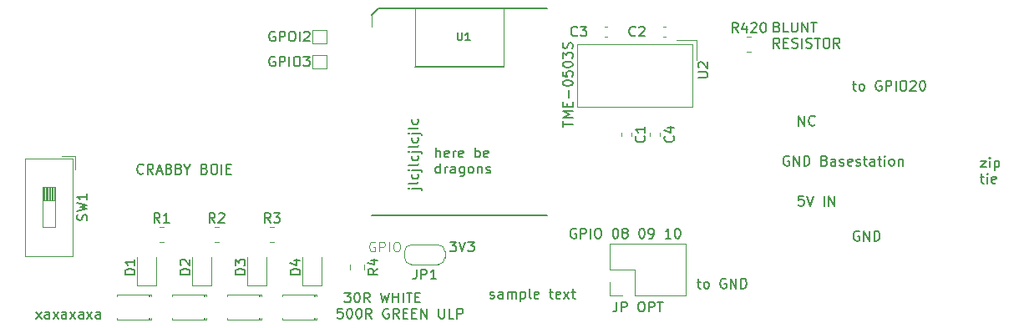
<source format=gbr>
%TF.GenerationSoftware,KiCad,Pcbnew,8.0.1*%
%TF.CreationDate,2025-08-12T22:43:48+02:00*%
%TF.ProjectId,niclas-alarmmelder-pro,6e69636c-6173-42d6-916c-61726d6d656c,rev?*%
%TF.SameCoordinates,Original*%
%TF.FileFunction,Legend,Top*%
%TF.FilePolarity,Positive*%
%FSLAX46Y46*%
G04 Gerber Fmt 4.6, Leading zero omitted, Abs format (unit mm)*
G04 Created by KiCad (PCBNEW 8.0.1) date 2025-08-12 22:43:48*
%MOMM*%
%LPD*%
G01*
G04 APERTURE LIST*
%ADD10C,0.150000*%
%ADD11C,0.200000*%
%ADD12C,0.125000*%
%ADD13C,0.120000*%
%ADD14C,0.100000*%
%ADD15C,0.127000*%
G04 APERTURE END LIST*
D10*
X82791541Y-74799819D02*
X83315350Y-74133152D01*
X82791541Y-74133152D02*
X83315350Y-74799819D01*
X84124874Y-74799819D02*
X84124874Y-74276009D01*
X84124874Y-74276009D02*
X84077255Y-74180771D01*
X84077255Y-74180771D02*
X83982017Y-74133152D01*
X83982017Y-74133152D02*
X83791541Y-74133152D01*
X83791541Y-74133152D02*
X83696303Y-74180771D01*
X84124874Y-74752200D02*
X84029636Y-74799819D01*
X84029636Y-74799819D02*
X83791541Y-74799819D01*
X83791541Y-74799819D02*
X83696303Y-74752200D01*
X83696303Y-74752200D02*
X83648684Y-74656961D01*
X83648684Y-74656961D02*
X83648684Y-74561723D01*
X83648684Y-74561723D02*
X83696303Y-74466485D01*
X83696303Y-74466485D02*
X83791541Y-74418866D01*
X83791541Y-74418866D02*
X84029636Y-74418866D01*
X84029636Y-74418866D02*
X84124874Y-74371247D01*
X84505827Y-74799819D02*
X85029636Y-74133152D01*
X84505827Y-74133152D02*
X85029636Y-74799819D01*
X85839160Y-74799819D02*
X85839160Y-74276009D01*
X85839160Y-74276009D02*
X85791541Y-74180771D01*
X85791541Y-74180771D02*
X85696303Y-74133152D01*
X85696303Y-74133152D02*
X85505827Y-74133152D01*
X85505827Y-74133152D02*
X85410589Y-74180771D01*
X85839160Y-74752200D02*
X85743922Y-74799819D01*
X85743922Y-74799819D02*
X85505827Y-74799819D01*
X85505827Y-74799819D02*
X85410589Y-74752200D01*
X85410589Y-74752200D02*
X85362970Y-74656961D01*
X85362970Y-74656961D02*
X85362970Y-74561723D01*
X85362970Y-74561723D02*
X85410589Y-74466485D01*
X85410589Y-74466485D02*
X85505827Y-74418866D01*
X85505827Y-74418866D02*
X85743922Y-74418866D01*
X85743922Y-74418866D02*
X85839160Y-74371247D01*
X86220113Y-74799819D02*
X86743922Y-74133152D01*
X86220113Y-74133152D02*
X86743922Y-74799819D01*
X87553446Y-74799819D02*
X87553446Y-74276009D01*
X87553446Y-74276009D02*
X87505827Y-74180771D01*
X87505827Y-74180771D02*
X87410589Y-74133152D01*
X87410589Y-74133152D02*
X87220113Y-74133152D01*
X87220113Y-74133152D02*
X87124875Y-74180771D01*
X87553446Y-74752200D02*
X87458208Y-74799819D01*
X87458208Y-74799819D02*
X87220113Y-74799819D01*
X87220113Y-74799819D02*
X87124875Y-74752200D01*
X87124875Y-74752200D02*
X87077256Y-74656961D01*
X87077256Y-74656961D02*
X87077256Y-74561723D01*
X87077256Y-74561723D02*
X87124875Y-74466485D01*
X87124875Y-74466485D02*
X87220113Y-74418866D01*
X87220113Y-74418866D02*
X87458208Y-74418866D01*
X87458208Y-74418866D02*
X87553446Y-74371247D01*
X87934399Y-74799819D02*
X88458208Y-74133152D01*
X87934399Y-74133152D02*
X88458208Y-74799819D01*
X89267732Y-74799819D02*
X89267732Y-74276009D01*
X89267732Y-74276009D02*
X89220113Y-74180771D01*
X89220113Y-74180771D02*
X89124875Y-74133152D01*
X89124875Y-74133152D02*
X88934399Y-74133152D01*
X88934399Y-74133152D02*
X88839161Y-74180771D01*
X89267732Y-74752200D02*
X89172494Y-74799819D01*
X89172494Y-74799819D02*
X88934399Y-74799819D01*
X88934399Y-74799819D02*
X88839161Y-74752200D01*
X88839161Y-74752200D02*
X88791542Y-74656961D01*
X88791542Y-74656961D02*
X88791542Y-74561723D01*
X88791542Y-74561723D02*
X88839161Y-74466485D01*
X88839161Y-74466485D02*
X88934399Y-74418866D01*
X88934399Y-74418866D02*
X89172494Y-74418866D01*
X89172494Y-74418866D02*
X89267732Y-74371247D01*
X149799922Y-71085152D02*
X150180874Y-71085152D01*
X149942779Y-70751819D02*
X149942779Y-71608961D01*
X149942779Y-71608961D02*
X149990398Y-71704200D01*
X149990398Y-71704200D02*
X150085636Y-71751819D01*
X150085636Y-71751819D02*
X150180874Y-71751819D01*
X150657065Y-71751819D02*
X150561827Y-71704200D01*
X150561827Y-71704200D02*
X150514208Y-71656580D01*
X150514208Y-71656580D02*
X150466589Y-71561342D01*
X150466589Y-71561342D02*
X150466589Y-71275628D01*
X150466589Y-71275628D02*
X150514208Y-71180390D01*
X150514208Y-71180390D02*
X150561827Y-71132771D01*
X150561827Y-71132771D02*
X150657065Y-71085152D01*
X150657065Y-71085152D02*
X150799922Y-71085152D01*
X150799922Y-71085152D02*
X150895160Y-71132771D01*
X150895160Y-71132771D02*
X150942779Y-71180390D01*
X150942779Y-71180390D02*
X150990398Y-71275628D01*
X150990398Y-71275628D02*
X150990398Y-71561342D01*
X150990398Y-71561342D02*
X150942779Y-71656580D01*
X150942779Y-71656580D02*
X150895160Y-71704200D01*
X150895160Y-71704200D02*
X150799922Y-71751819D01*
X150799922Y-71751819D02*
X150657065Y-71751819D01*
X152704684Y-70799438D02*
X152609446Y-70751819D01*
X152609446Y-70751819D02*
X152466589Y-70751819D01*
X152466589Y-70751819D02*
X152323732Y-70799438D01*
X152323732Y-70799438D02*
X152228494Y-70894676D01*
X152228494Y-70894676D02*
X152180875Y-70989914D01*
X152180875Y-70989914D02*
X152133256Y-71180390D01*
X152133256Y-71180390D02*
X152133256Y-71323247D01*
X152133256Y-71323247D02*
X152180875Y-71513723D01*
X152180875Y-71513723D02*
X152228494Y-71608961D01*
X152228494Y-71608961D02*
X152323732Y-71704200D01*
X152323732Y-71704200D02*
X152466589Y-71751819D01*
X152466589Y-71751819D02*
X152561827Y-71751819D01*
X152561827Y-71751819D02*
X152704684Y-71704200D01*
X152704684Y-71704200D02*
X152752303Y-71656580D01*
X152752303Y-71656580D02*
X152752303Y-71323247D01*
X152752303Y-71323247D02*
X152561827Y-71323247D01*
X153180875Y-71751819D02*
X153180875Y-70751819D01*
X153180875Y-70751819D02*
X153752303Y-71751819D01*
X153752303Y-71751819D02*
X153752303Y-70751819D01*
X154228494Y-71751819D02*
X154228494Y-70751819D01*
X154228494Y-70751819D02*
X154466589Y-70751819D01*
X154466589Y-70751819D02*
X154609446Y-70799438D01*
X154609446Y-70799438D02*
X154704684Y-70894676D01*
X154704684Y-70894676D02*
X154752303Y-70989914D01*
X154752303Y-70989914D02*
X154799922Y-71180390D01*
X154799922Y-71180390D02*
X154799922Y-71323247D01*
X154799922Y-71323247D02*
X154752303Y-71513723D01*
X154752303Y-71513723D02*
X154704684Y-71608961D01*
X154704684Y-71608961D02*
X154609446Y-71704200D01*
X154609446Y-71704200D02*
X154466589Y-71751819D01*
X154466589Y-71751819D02*
X154228494Y-71751819D01*
X128813160Y-72720200D02*
X128908398Y-72767819D01*
X128908398Y-72767819D02*
X129098874Y-72767819D01*
X129098874Y-72767819D02*
X129194112Y-72720200D01*
X129194112Y-72720200D02*
X129241731Y-72624961D01*
X129241731Y-72624961D02*
X129241731Y-72577342D01*
X129241731Y-72577342D02*
X129194112Y-72482104D01*
X129194112Y-72482104D02*
X129098874Y-72434485D01*
X129098874Y-72434485D02*
X128956017Y-72434485D01*
X128956017Y-72434485D02*
X128860779Y-72386866D01*
X128860779Y-72386866D02*
X128813160Y-72291628D01*
X128813160Y-72291628D02*
X128813160Y-72244009D01*
X128813160Y-72244009D02*
X128860779Y-72148771D01*
X128860779Y-72148771D02*
X128956017Y-72101152D01*
X128956017Y-72101152D02*
X129098874Y-72101152D01*
X129098874Y-72101152D02*
X129194112Y-72148771D01*
X130098874Y-72767819D02*
X130098874Y-72244009D01*
X130098874Y-72244009D02*
X130051255Y-72148771D01*
X130051255Y-72148771D02*
X129956017Y-72101152D01*
X129956017Y-72101152D02*
X129765541Y-72101152D01*
X129765541Y-72101152D02*
X129670303Y-72148771D01*
X130098874Y-72720200D02*
X130003636Y-72767819D01*
X130003636Y-72767819D02*
X129765541Y-72767819D01*
X129765541Y-72767819D02*
X129670303Y-72720200D01*
X129670303Y-72720200D02*
X129622684Y-72624961D01*
X129622684Y-72624961D02*
X129622684Y-72529723D01*
X129622684Y-72529723D02*
X129670303Y-72434485D01*
X129670303Y-72434485D02*
X129765541Y-72386866D01*
X129765541Y-72386866D02*
X130003636Y-72386866D01*
X130003636Y-72386866D02*
X130098874Y-72339247D01*
X130575065Y-72767819D02*
X130575065Y-72101152D01*
X130575065Y-72196390D02*
X130622684Y-72148771D01*
X130622684Y-72148771D02*
X130717922Y-72101152D01*
X130717922Y-72101152D02*
X130860779Y-72101152D01*
X130860779Y-72101152D02*
X130956017Y-72148771D01*
X130956017Y-72148771D02*
X131003636Y-72244009D01*
X131003636Y-72244009D02*
X131003636Y-72767819D01*
X131003636Y-72244009D02*
X131051255Y-72148771D01*
X131051255Y-72148771D02*
X131146493Y-72101152D01*
X131146493Y-72101152D02*
X131289350Y-72101152D01*
X131289350Y-72101152D02*
X131384589Y-72148771D01*
X131384589Y-72148771D02*
X131432208Y-72244009D01*
X131432208Y-72244009D02*
X131432208Y-72767819D01*
X131908398Y-72101152D02*
X131908398Y-73101152D01*
X131908398Y-72148771D02*
X132003636Y-72101152D01*
X132003636Y-72101152D02*
X132194112Y-72101152D01*
X132194112Y-72101152D02*
X132289350Y-72148771D01*
X132289350Y-72148771D02*
X132336969Y-72196390D01*
X132336969Y-72196390D02*
X132384588Y-72291628D01*
X132384588Y-72291628D02*
X132384588Y-72577342D01*
X132384588Y-72577342D02*
X132336969Y-72672580D01*
X132336969Y-72672580D02*
X132289350Y-72720200D01*
X132289350Y-72720200D02*
X132194112Y-72767819D01*
X132194112Y-72767819D02*
X132003636Y-72767819D01*
X132003636Y-72767819D02*
X131908398Y-72720200D01*
X132956017Y-72767819D02*
X132860779Y-72720200D01*
X132860779Y-72720200D02*
X132813160Y-72624961D01*
X132813160Y-72624961D02*
X132813160Y-71767819D01*
X133717922Y-72720200D02*
X133622684Y-72767819D01*
X133622684Y-72767819D02*
X133432208Y-72767819D01*
X133432208Y-72767819D02*
X133336970Y-72720200D01*
X133336970Y-72720200D02*
X133289351Y-72624961D01*
X133289351Y-72624961D02*
X133289351Y-72244009D01*
X133289351Y-72244009D02*
X133336970Y-72148771D01*
X133336970Y-72148771D02*
X133432208Y-72101152D01*
X133432208Y-72101152D02*
X133622684Y-72101152D01*
X133622684Y-72101152D02*
X133717922Y-72148771D01*
X133717922Y-72148771D02*
X133765541Y-72244009D01*
X133765541Y-72244009D02*
X133765541Y-72339247D01*
X133765541Y-72339247D02*
X133289351Y-72434485D01*
X134813161Y-72101152D02*
X135194113Y-72101152D01*
X134956018Y-71767819D02*
X134956018Y-72624961D01*
X134956018Y-72624961D02*
X135003637Y-72720200D01*
X135003637Y-72720200D02*
X135098875Y-72767819D01*
X135098875Y-72767819D02*
X135194113Y-72767819D01*
X135908399Y-72720200D02*
X135813161Y-72767819D01*
X135813161Y-72767819D02*
X135622685Y-72767819D01*
X135622685Y-72767819D02*
X135527447Y-72720200D01*
X135527447Y-72720200D02*
X135479828Y-72624961D01*
X135479828Y-72624961D02*
X135479828Y-72244009D01*
X135479828Y-72244009D02*
X135527447Y-72148771D01*
X135527447Y-72148771D02*
X135622685Y-72101152D01*
X135622685Y-72101152D02*
X135813161Y-72101152D01*
X135813161Y-72101152D02*
X135908399Y-72148771D01*
X135908399Y-72148771D02*
X135956018Y-72244009D01*
X135956018Y-72244009D02*
X135956018Y-72339247D01*
X135956018Y-72339247D02*
X135479828Y-72434485D01*
X136289352Y-72767819D02*
X136813161Y-72101152D01*
X136289352Y-72101152D02*
X136813161Y-72767819D01*
X137051257Y-72101152D02*
X137432209Y-72101152D01*
X137194114Y-71767819D02*
X137194114Y-72624961D01*
X137194114Y-72624961D02*
X137241733Y-72720200D01*
X137241733Y-72720200D02*
X137336971Y-72767819D01*
X137336971Y-72767819D02*
X137432209Y-72767819D01*
X137512588Y-65719438D02*
X137417350Y-65671819D01*
X137417350Y-65671819D02*
X137274493Y-65671819D01*
X137274493Y-65671819D02*
X137131636Y-65719438D01*
X137131636Y-65719438D02*
X137036398Y-65814676D01*
X137036398Y-65814676D02*
X136988779Y-65909914D01*
X136988779Y-65909914D02*
X136941160Y-66100390D01*
X136941160Y-66100390D02*
X136941160Y-66243247D01*
X136941160Y-66243247D02*
X136988779Y-66433723D01*
X136988779Y-66433723D02*
X137036398Y-66528961D01*
X137036398Y-66528961D02*
X137131636Y-66624200D01*
X137131636Y-66624200D02*
X137274493Y-66671819D01*
X137274493Y-66671819D02*
X137369731Y-66671819D01*
X137369731Y-66671819D02*
X137512588Y-66624200D01*
X137512588Y-66624200D02*
X137560207Y-66576580D01*
X137560207Y-66576580D02*
X137560207Y-66243247D01*
X137560207Y-66243247D02*
X137369731Y-66243247D01*
X137988779Y-66671819D02*
X137988779Y-65671819D01*
X137988779Y-65671819D02*
X138369731Y-65671819D01*
X138369731Y-65671819D02*
X138464969Y-65719438D01*
X138464969Y-65719438D02*
X138512588Y-65767057D01*
X138512588Y-65767057D02*
X138560207Y-65862295D01*
X138560207Y-65862295D02*
X138560207Y-66005152D01*
X138560207Y-66005152D02*
X138512588Y-66100390D01*
X138512588Y-66100390D02*
X138464969Y-66148009D01*
X138464969Y-66148009D02*
X138369731Y-66195628D01*
X138369731Y-66195628D02*
X137988779Y-66195628D01*
X138988779Y-66671819D02*
X138988779Y-65671819D01*
X139655445Y-65671819D02*
X139845921Y-65671819D01*
X139845921Y-65671819D02*
X139941159Y-65719438D01*
X139941159Y-65719438D02*
X140036397Y-65814676D01*
X140036397Y-65814676D02*
X140084016Y-66005152D01*
X140084016Y-66005152D02*
X140084016Y-66338485D01*
X140084016Y-66338485D02*
X140036397Y-66528961D01*
X140036397Y-66528961D02*
X139941159Y-66624200D01*
X139941159Y-66624200D02*
X139845921Y-66671819D01*
X139845921Y-66671819D02*
X139655445Y-66671819D01*
X139655445Y-66671819D02*
X139560207Y-66624200D01*
X139560207Y-66624200D02*
X139464969Y-66528961D01*
X139464969Y-66528961D02*
X139417350Y-66338485D01*
X139417350Y-66338485D02*
X139417350Y-66005152D01*
X139417350Y-66005152D02*
X139464969Y-65814676D01*
X139464969Y-65814676D02*
X139560207Y-65719438D01*
X139560207Y-65719438D02*
X139655445Y-65671819D01*
X141464969Y-65671819D02*
X141560207Y-65671819D01*
X141560207Y-65671819D02*
X141655445Y-65719438D01*
X141655445Y-65719438D02*
X141703064Y-65767057D01*
X141703064Y-65767057D02*
X141750683Y-65862295D01*
X141750683Y-65862295D02*
X141798302Y-66052771D01*
X141798302Y-66052771D02*
X141798302Y-66290866D01*
X141798302Y-66290866D02*
X141750683Y-66481342D01*
X141750683Y-66481342D02*
X141703064Y-66576580D01*
X141703064Y-66576580D02*
X141655445Y-66624200D01*
X141655445Y-66624200D02*
X141560207Y-66671819D01*
X141560207Y-66671819D02*
X141464969Y-66671819D01*
X141464969Y-66671819D02*
X141369731Y-66624200D01*
X141369731Y-66624200D02*
X141322112Y-66576580D01*
X141322112Y-66576580D02*
X141274493Y-66481342D01*
X141274493Y-66481342D02*
X141226874Y-66290866D01*
X141226874Y-66290866D02*
X141226874Y-66052771D01*
X141226874Y-66052771D02*
X141274493Y-65862295D01*
X141274493Y-65862295D02*
X141322112Y-65767057D01*
X141322112Y-65767057D02*
X141369731Y-65719438D01*
X141369731Y-65719438D02*
X141464969Y-65671819D01*
X142369731Y-66100390D02*
X142274493Y-66052771D01*
X142274493Y-66052771D02*
X142226874Y-66005152D01*
X142226874Y-66005152D02*
X142179255Y-65909914D01*
X142179255Y-65909914D02*
X142179255Y-65862295D01*
X142179255Y-65862295D02*
X142226874Y-65767057D01*
X142226874Y-65767057D02*
X142274493Y-65719438D01*
X142274493Y-65719438D02*
X142369731Y-65671819D01*
X142369731Y-65671819D02*
X142560207Y-65671819D01*
X142560207Y-65671819D02*
X142655445Y-65719438D01*
X142655445Y-65719438D02*
X142703064Y-65767057D01*
X142703064Y-65767057D02*
X142750683Y-65862295D01*
X142750683Y-65862295D02*
X142750683Y-65909914D01*
X142750683Y-65909914D02*
X142703064Y-66005152D01*
X142703064Y-66005152D02*
X142655445Y-66052771D01*
X142655445Y-66052771D02*
X142560207Y-66100390D01*
X142560207Y-66100390D02*
X142369731Y-66100390D01*
X142369731Y-66100390D02*
X142274493Y-66148009D01*
X142274493Y-66148009D02*
X142226874Y-66195628D01*
X142226874Y-66195628D02*
X142179255Y-66290866D01*
X142179255Y-66290866D02*
X142179255Y-66481342D01*
X142179255Y-66481342D02*
X142226874Y-66576580D01*
X142226874Y-66576580D02*
X142274493Y-66624200D01*
X142274493Y-66624200D02*
X142369731Y-66671819D01*
X142369731Y-66671819D02*
X142560207Y-66671819D01*
X142560207Y-66671819D02*
X142655445Y-66624200D01*
X142655445Y-66624200D02*
X142703064Y-66576580D01*
X142703064Y-66576580D02*
X142750683Y-66481342D01*
X142750683Y-66481342D02*
X142750683Y-66290866D01*
X142750683Y-66290866D02*
X142703064Y-66195628D01*
X142703064Y-66195628D02*
X142655445Y-66148009D01*
X142655445Y-66148009D02*
X142560207Y-66100390D01*
X144131636Y-65671819D02*
X144226874Y-65671819D01*
X144226874Y-65671819D02*
X144322112Y-65719438D01*
X144322112Y-65719438D02*
X144369731Y-65767057D01*
X144369731Y-65767057D02*
X144417350Y-65862295D01*
X144417350Y-65862295D02*
X144464969Y-66052771D01*
X144464969Y-66052771D02*
X144464969Y-66290866D01*
X144464969Y-66290866D02*
X144417350Y-66481342D01*
X144417350Y-66481342D02*
X144369731Y-66576580D01*
X144369731Y-66576580D02*
X144322112Y-66624200D01*
X144322112Y-66624200D02*
X144226874Y-66671819D01*
X144226874Y-66671819D02*
X144131636Y-66671819D01*
X144131636Y-66671819D02*
X144036398Y-66624200D01*
X144036398Y-66624200D02*
X143988779Y-66576580D01*
X143988779Y-66576580D02*
X143941160Y-66481342D01*
X143941160Y-66481342D02*
X143893541Y-66290866D01*
X143893541Y-66290866D02*
X143893541Y-66052771D01*
X143893541Y-66052771D02*
X143941160Y-65862295D01*
X143941160Y-65862295D02*
X143988779Y-65767057D01*
X143988779Y-65767057D02*
X144036398Y-65719438D01*
X144036398Y-65719438D02*
X144131636Y-65671819D01*
X144941160Y-66671819D02*
X145131636Y-66671819D01*
X145131636Y-66671819D02*
X145226874Y-66624200D01*
X145226874Y-66624200D02*
X145274493Y-66576580D01*
X145274493Y-66576580D02*
X145369731Y-66433723D01*
X145369731Y-66433723D02*
X145417350Y-66243247D01*
X145417350Y-66243247D02*
X145417350Y-65862295D01*
X145417350Y-65862295D02*
X145369731Y-65767057D01*
X145369731Y-65767057D02*
X145322112Y-65719438D01*
X145322112Y-65719438D02*
X145226874Y-65671819D01*
X145226874Y-65671819D02*
X145036398Y-65671819D01*
X145036398Y-65671819D02*
X144941160Y-65719438D01*
X144941160Y-65719438D02*
X144893541Y-65767057D01*
X144893541Y-65767057D02*
X144845922Y-65862295D01*
X144845922Y-65862295D02*
X144845922Y-66100390D01*
X144845922Y-66100390D02*
X144893541Y-66195628D01*
X144893541Y-66195628D02*
X144941160Y-66243247D01*
X144941160Y-66243247D02*
X145036398Y-66290866D01*
X145036398Y-66290866D02*
X145226874Y-66290866D01*
X145226874Y-66290866D02*
X145322112Y-66243247D01*
X145322112Y-66243247D02*
X145369731Y-66195628D01*
X145369731Y-66195628D02*
X145417350Y-66100390D01*
X147131636Y-66671819D02*
X146560208Y-66671819D01*
X146845922Y-66671819D02*
X146845922Y-65671819D01*
X146845922Y-65671819D02*
X146750684Y-65814676D01*
X146750684Y-65814676D02*
X146655446Y-65909914D01*
X146655446Y-65909914D02*
X146560208Y-65957533D01*
X147750684Y-65671819D02*
X147845922Y-65671819D01*
X147845922Y-65671819D02*
X147941160Y-65719438D01*
X147941160Y-65719438D02*
X147988779Y-65767057D01*
X147988779Y-65767057D02*
X148036398Y-65862295D01*
X148036398Y-65862295D02*
X148084017Y-66052771D01*
X148084017Y-66052771D02*
X148084017Y-66290866D01*
X148084017Y-66290866D02*
X148036398Y-66481342D01*
X148036398Y-66481342D02*
X147988779Y-66576580D01*
X147988779Y-66576580D02*
X147941160Y-66624200D01*
X147941160Y-66624200D02*
X147845922Y-66671819D01*
X147845922Y-66671819D02*
X147750684Y-66671819D01*
X147750684Y-66671819D02*
X147655446Y-66624200D01*
X147655446Y-66624200D02*
X147607827Y-66576580D01*
X147607827Y-66576580D02*
X147560208Y-66481342D01*
X147560208Y-66481342D02*
X147512589Y-66290866D01*
X147512589Y-66290866D02*
X147512589Y-66052771D01*
X147512589Y-66052771D02*
X147560208Y-65862295D01*
X147560208Y-65862295D02*
X147607827Y-65767057D01*
X147607827Y-65767057D02*
X147655446Y-65719438D01*
X147655446Y-65719438D02*
X147750684Y-65671819D01*
D11*
X120866552Y-61606326D02*
X121723695Y-61606326D01*
X121723695Y-61606326D02*
X121818933Y-61653945D01*
X121818933Y-61653945D02*
X121866552Y-61749183D01*
X121866552Y-61749183D02*
X121866552Y-61796802D01*
X120533219Y-61606326D02*
X120580838Y-61653945D01*
X120580838Y-61653945D02*
X120628457Y-61606326D01*
X120628457Y-61606326D02*
X120580838Y-61558707D01*
X120580838Y-61558707D02*
X120533219Y-61606326D01*
X120533219Y-61606326D02*
X120628457Y-61606326D01*
X121533219Y-60987279D02*
X121485600Y-61082517D01*
X121485600Y-61082517D02*
X121390361Y-61130136D01*
X121390361Y-61130136D02*
X120533219Y-61130136D01*
X121485600Y-60177755D02*
X121533219Y-60272993D01*
X121533219Y-60272993D02*
X121533219Y-60463469D01*
X121533219Y-60463469D02*
X121485600Y-60558707D01*
X121485600Y-60558707D02*
X121437980Y-60606326D01*
X121437980Y-60606326D02*
X121342742Y-60653945D01*
X121342742Y-60653945D02*
X121057028Y-60653945D01*
X121057028Y-60653945D02*
X120961790Y-60606326D01*
X120961790Y-60606326D02*
X120914171Y-60558707D01*
X120914171Y-60558707D02*
X120866552Y-60463469D01*
X120866552Y-60463469D02*
X120866552Y-60272993D01*
X120866552Y-60272993D02*
X120914171Y-60177755D01*
X120866552Y-59749183D02*
X121723695Y-59749183D01*
X121723695Y-59749183D02*
X121818933Y-59796802D01*
X121818933Y-59796802D02*
X121866552Y-59892040D01*
X121866552Y-59892040D02*
X121866552Y-59939659D01*
X120533219Y-59749183D02*
X120580838Y-59796802D01*
X120580838Y-59796802D02*
X120628457Y-59749183D01*
X120628457Y-59749183D02*
X120580838Y-59701564D01*
X120580838Y-59701564D02*
X120533219Y-59749183D01*
X120533219Y-59749183D02*
X120628457Y-59749183D01*
X121533219Y-59130136D02*
X121485600Y-59225374D01*
X121485600Y-59225374D02*
X121390361Y-59272993D01*
X121390361Y-59272993D02*
X120533219Y-59272993D01*
X121485600Y-58320612D02*
X121533219Y-58415850D01*
X121533219Y-58415850D02*
X121533219Y-58606326D01*
X121533219Y-58606326D02*
X121485600Y-58701564D01*
X121485600Y-58701564D02*
X121437980Y-58749183D01*
X121437980Y-58749183D02*
X121342742Y-58796802D01*
X121342742Y-58796802D02*
X121057028Y-58796802D01*
X121057028Y-58796802D02*
X120961790Y-58749183D01*
X120961790Y-58749183D02*
X120914171Y-58701564D01*
X120914171Y-58701564D02*
X120866552Y-58606326D01*
X120866552Y-58606326D02*
X120866552Y-58415850D01*
X120866552Y-58415850D02*
X120914171Y-58320612D01*
X120866552Y-57892040D02*
X121723695Y-57892040D01*
X121723695Y-57892040D02*
X121818933Y-57939659D01*
X121818933Y-57939659D02*
X121866552Y-58034897D01*
X121866552Y-58034897D02*
X121866552Y-58082516D01*
X120533219Y-57892040D02*
X120580838Y-57939659D01*
X120580838Y-57939659D02*
X120628457Y-57892040D01*
X120628457Y-57892040D02*
X120580838Y-57844421D01*
X120580838Y-57844421D02*
X120533219Y-57892040D01*
X120533219Y-57892040D02*
X120628457Y-57892040D01*
X121533219Y-57272993D02*
X121485600Y-57368231D01*
X121485600Y-57368231D02*
X121390361Y-57415850D01*
X121390361Y-57415850D02*
X120533219Y-57415850D01*
X121485600Y-56463469D02*
X121533219Y-56558707D01*
X121533219Y-56558707D02*
X121533219Y-56749183D01*
X121533219Y-56749183D02*
X121485600Y-56844421D01*
X121485600Y-56844421D02*
X121437980Y-56892040D01*
X121437980Y-56892040D02*
X121342742Y-56939659D01*
X121342742Y-56939659D02*
X121057028Y-56939659D01*
X121057028Y-56939659D02*
X120961790Y-56892040D01*
X120961790Y-56892040D02*
X120914171Y-56844421D01*
X120914171Y-56844421D02*
X120866552Y-56749183D01*
X120866552Y-56749183D02*
X120866552Y-56558707D01*
X120866552Y-56558707D02*
X120914171Y-56463469D01*
X120866552Y-56034897D02*
X121723695Y-56034897D01*
X121723695Y-56034897D02*
X121818933Y-56082516D01*
X121818933Y-56082516D02*
X121866552Y-56177754D01*
X121866552Y-56177754D02*
X121866552Y-56225373D01*
X120533219Y-56034897D02*
X120580838Y-56082516D01*
X120580838Y-56082516D02*
X120628457Y-56034897D01*
X120628457Y-56034897D02*
X120580838Y-55987278D01*
X120580838Y-55987278D02*
X120533219Y-56034897D01*
X120533219Y-56034897D02*
X120628457Y-56034897D01*
X121533219Y-55415850D02*
X121485600Y-55511088D01*
X121485600Y-55511088D02*
X121390361Y-55558707D01*
X121390361Y-55558707D02*
X120533219Y-55558707D01*
X121485600Y-54606326D02*
X121533219Y-54701564D01*
X121533219Y-54701564D02*
X121533219Y-54892040D01*
X121533219Y-54892040D02*
X121485600Y-54987278D01*
X121485600Y-54987278D02*
X121437980Y-55034897D01*
X121437980Y-55034897D02*
X121342742Y-55082516D01*
X121342742Y-55082516D02*
X121057028Y-55082516D01*
X121057028Y-55082516D02*
X120961790Y-55034897D01*
X120961790Y-55034897D02*
X120914171Y-54987278D01*
X120914171Y-54987278D02*
X120866552Y-54892040D01*
X120866552Y-54892040D02*
X120866552Y-54701564D01*
X120866552Y-54701564D02*
X120914171Y-54606326D01*
D10*
X159102588Y-58353438D02*
X159007350Y-58305819D01*
X159007350Y-58305819D02*
X158864493Y-58305819D01*
X158864493Y-58305819D02*
X158721636Y-58353438D01*
X158721636Y-58353438D02*
X158626398Y-58448676D01*
X158626398Y-58448676D02*
X158578779Y-58543914D01*
X158578779Y-58543914D02*
X158531160Y-58734390D01*
X158531160Y-58734390D02*
X158531160Y-58877247D01*
X158531160Y-58877247D02*
X158578779Y-59067723D01*
X158578779Y-59067723D02*
X158626398Y-59162961D01*
X158626398Y-59162961D02*
X158721636Y-59258200D01*
X158721636Y-59258200D02*
X158864493Y-59305819D01*
X158864493Y-59305819D02*
X158959731Y-59305819D01*
X158959731Y-59305819D02*
X159102588Y-59258200D01*
X159102588Y-59258200D02*
X159150207Y-59210580D01*
X159150207Y-59210580D02*
X159150207Y-58877247D01*
X159150207Y-58877247D02*
X158959731Y-58877247D01*
X159578779Y-59305819D02*
X159578779Y-58305819D01*
X159578779Y-58305819D02*
X160150207Y-59305819D01*
X160150207Y-59305819D02*
X160150207Y-58305819D01*
X160626398Y-59305819D02*
X160626398Y-58305819D01*
X160626398Y-58305819D02*
X160864493Y-58305819D01*
X160864493Y-58305819D02*
X161007350Y-58353438D01*
X161007350Y-58353438D02*
X161102588Y-58448676D01*
X161102588Y-58448676D02*
X161150207Y-58543914D01*
X161150207Y-58543914D02*
X161197826Y-58734390D01*
X161197826Y-58734390D02*
X161197826Y-58877247D01*
X161197826Y-58877247D02*
X161150207Y-59067723D01*
X161150207Y-59067723D02*
X161102588Y-59162961D01*
X161102588Y-59162961D02*
X161007350Y-59258200D01*
X161007350Y-59258200D02*
X160864493Y-59305819D01*
X160864493Y-59305819D02*
X160626398Y-59305819D01*
X162721636Y-58782009D02*
X162864493Y-58829628D01*
X162864493Y-58829628D02*
X162912112Y-58877247D01*
X162912112Y-58877247D02*
X162959731Y-58972485D01*
X162959731Y-58972485D02*
X162959731Y-59115342D01*
X162959731Y-59115342D02*
X162912112Y-59210580D01*
X162912112Y-59210580D02*
X162864493Y-59258200D01*
X162864493Y-59258200D02*
X162769255Y-59305819D01*
X162769255Y-59305819D02*
X162388303Y-59305819D01*
X162388303Y-59305819D02*
X162388303Y-58305819D01*
X162388303Y-58305819D02*
X162721636Y-58305819D01*
X162721636Y-58305819D02*
X162816874Y-58353438D01*
X162816874Y-58353438D02*
X162864493Y-58401057D01*
X162864493Y-58401057D02*
X162912112Y-58496295D01*
X162912112Y-58496295D02*
X162912112Y-58591533D01*
X162912112Y-58591533D02*
X162864493Y-58686771D01*
X162864493Y-58686771D02*
X162816874Y-58734390D01*
X162816874Y-58734390D02*
X162721636Y-58782009D01*
X162721636Y-58782009D02*
X162388303Y-58782009D01*
X163816874Y-59305819D02*
X163816874Y-58782009D01*
X163816874Y-58782009D02*
X163769255Y-58686771D01*
X163769255Y-58686771D02*
X163674017Y-58639152D01*
X163674017Y-58639152D02*
X163483541Y-58639152D01*
X163483541Y-58639152D02*
X163388303Y-58686771D01*
X163816874Y-59258200D02*
X163721636Y-59305819D01*
X163721636Y-59305819D02*
X163483541Y-59305819D01*
X163483541Y-59305819D02*
X163388303Y-59258200D01*
X163388303Y-59258200D02*
X163340684Y-59162961D01*
X163340684Y-59162961D02*
X163340684Y-59067723D01*
X163340684Y-59067723D02*
X163388303Y-58972485D01*
X163388303Y-58972485D02*
X163483541Y-58924866D01*
X163483541Y-58924866D02*
X163721636Y-58924866D01*
X163721636Y-58924866D02*
X163816874Y-58877247D01*
X164245446Y-59258200D02*
X164340684Y-59305819D01*
X164340684Y-59305819D02*
X164531160Y-59305819D01*
X164531160Y-59305819D02*
X164626398Y-59258200D01*
X164626398Y-59258200D02*
X164674017Y-59162961D01*
X164674017Y-59162961D02*
X164674017Y-59115342D01*
X164674017Y-59115342D02*
X164626398Y-59020104D01*
X164626398Y-59020104D02*
X164531160Y-58972485D01*
X164531160Y-58972485D02*
X164388303Y-58972485D01*
X164388303Y-58972485D02*
X164293065Y-58924866D01*
X164293065Y-58924866D02*
X164245446Y-58829628D01*
X164245446Y-58829628D02*
X164245446Y-58782009D01*
X164245446Y-58782009D02*
X164293065Y-58686771D01*
X164293065Y-58686771D02*
X164388303Y-58639152D01*
X164388303Y-58639152D02*
X164531160Y-58639152D01*
X164531160Y-58639152D02*
X164626398Y-58686771D01*
X165483541Y-59258200D02*
X165388303Y-59305819D01*
X165388303Y-59305819D02*
X165197827Y-59305819D01*
X165197827Y-59305819D02*
X165102589Y-59258200D01*
X165102589Y-59258200D02*
X165054970Y-59162961D01*
X165054970Y-59162961D02*
X165054970Y-58782009D01*
X165054970Y-58782009D02*
X165102589Y-58686771D01*
X165102589Y-58686771D02*
X165197827Y-58639152D01*
X165197827Y-58639152D02*
X165388303Y-58639152D01*
X165388303Y-58639152D02*
X165483541Y-58686771D01*
X165483541Y-58686771D02*
X165531160Y-58782009D01*
X165531160Y-58782009D02*
X165531160Y-58877247D01*
X165531160Y-58877247D02*
X165054970Y-58972485D01*
X165912113Y-59258200D02*
X166007351Y-59305819D01*
X166007351Y-59305819D02*
X166197827Y-59305819D01*
X166197827Y-59305819D02*
X166293065Y-59258200D01*
X166293065Y-59258200D02*
X166340684Y-59162961D01*
X166340684Y-59162961D02*
X166340684Y-59115342D01*
X166340684Y-59115342D02*
X166293065Y-59020104D01*
X166293065Y-59020104D02*
X166197827Y-58972485D01*
X166197827Y-58972485D02*
X166054970Y-58972485D01*
X166054970Y-58972485D02*
X165959732Y-58924866D01*
X165959732Y-58924866D02*
X165912113Y-58829628D01*
X165912113Y-58829628D02*
X165912113Y-58782009D01*
X165912113Y-58782009D02*
X165959732Y-58686771D01*
X165959732Y-58686771D02*
X166054970Y-58639152D01*
X166054970Y-58639152D02*
X166197827Y-58639152D01*
X166197827Y-58639152D02*
X166293065Y-58686771D01*
X166626399Y-58639152D02*
X167007351Y-58639152D01*
X166769256Y-58305819D02*
X166769256Y-59162961D01*
X166769256Y-59162961D02*
X166816875Y-59258200D01*
X166816875Y-59258200D02*
X166912113Y-59305819D01*
X166912113Y-59305819D02*
X167007351Y-59305819D01*
X167769256Y-59305819D02*
X167769256Y-58782009D01*
X167769256Y-58782009D02*
X167721637Y-58686771D01*
X167721637Y-58686771D02*
X167626399Y-58639152D01*
X167626399Y-58639152D02*
X167435923Y-58639152D01*
X167435923Y-58639152D02*
X167340685Y-58686771D01*
X167769256Y-59258200D02*
X167674018Y-59305819D01*
X167674018Y-59305819D02*
X167435923Y-59305819D01*
X167435923Y-59305819D02*
X167340685Y-59258200D01*
X167340685Y-59258200D02*
X167293066Y-59162961D01*
X167293066Y-59162961D02*
X167293066Y-59067723D01*
X167293066Y-59067723D02*
X167340685Y-58972485D01*
X167340685Y-58972485D02*
X167435923Y-58924866D01*
X167435923Y-58924866D02*
X167674018Y-58924866D01*
X167674018Y-58924866D02*
X167769256Y-58877247D01*
X168102590Y-58639152D02*
X168483542Y-58639152D01*
X168245447Y-58305819D02*
X168245447Y-59162961D01*
X168245447Y-59162961D02*
X168293066Y-59258200D01*
X168293066Y-59258200D02*
X168388304Y-59305819D01*
X168388304Y-59305819D02*
X168483542Y-59305819D01*
X168816876Y-59305819D02*
X168816876Y-58639152D01*
X168816876Y-58305819D02*
X168769257Y-58353438D01*
X168769257Y-58353438D02*
X168816876Y-58401057D01*
X168816876Y-58401057D02*
X168864495Y-58353438D01*
X168864495Y-58353438D02*
X168816876Y-58305819D01*
X168816876Y-58305819D02*
X168816876Y-58401057D01*
X169435923Y-59305819D02*
X169340685Y-59258200D01*
X169340685Y-59258200D02*
X169293066Y-59210580D01*
X169293066Y-59210580D02*
X169245447Y-59115342D01*
X169245447Y-59115342D02*
X169245447Y-58829628D01*
X169245447Y-58829628D02*
X169293066Y-58734390D01*
X169293066Y-58734390D02*
X169340685Y-58686771D01*
X169340685Y-58686771D02*
X169435923Y-58639152D01*
X169435923Y-58639152D02*
X169578780Y-58639152D01*
X169578780Y-58639152D02*
X169674018Y-58686771D01*
X169674018Y-58686771D02*
X169721637Y-58734390D01*
X169721637Y-58734390D02*
X169769256Y-58829628D01*
X169769256Y-58829628D02*
X169769256Y-59115342D01*
X169769256Y-59115342D02*
X169721637Y-59210580D01*
X169721637Y-59210580D02*
X169674018Y-59258200D01*
X169674018Y-59258200D02*
X169578780Y-59305819D01*
X169578780Y-59305819D02*
X169435923Y-59305819D01*
X170197828Y-58639152D02*
X170197828Y-59305819D01*
X170197828Y-58734390D02*
X170245447Y-58686771D01*
X170245447Y-58686771D02*
X170340685Y-58639152D01*
X170340685Y-58639152D02*
X170483542Y-58639152D01*
X170483542Y-58639152D02*
X170578780Y-58686771D01*
X170578780Y-58686771D02*
X170626399Y-58782009D01*
X170626399Y-58782009D02*
X170626399Y-59305819D01*
X166214588Y-65973438D02*
X166119350Y-65925819D01*
X166119350Y-65925819D02*
X165976493Y-65925819D01*
X165976493Y-65925819D02*
X165833636Y-65973438D01*
X165833636Y-65973438D02*
X165738398Y-66068676D01*
X165738398Y-66068676D02*
X165690779Y-66163914D01*
X165690779Y-66163914D02*
X165643160Y-66354390D01*
X165643160Y-66354390D02*
X165643160Y-66497247D01*
X165643160Y-66497247D02*
X165690779Y-66687723D01*
X165690779Y-66687723D02*
X165738398Y-66782961D01*
X165738398Y-66782961D02*
X165833636Y-66878200D01*
X165833636Y-66878200D02*
X165976493Y-66925819D01*
X165976493Y-66925819D02*
X166071731Y-66925819D01*
X166071731Y-66925819D02*
X166214588Y-66878200D01*
X166214588Y-66878200D02*
X166262207Y-66830580D01*
X166262207Y-66830580D02*
X166262207Y-66497247D01*
X166262207Y-66497247D02*
X166071731Y-66497247D01*
X166690779Y-66925819D02*
X166690779Y-65925819D01*
X166690779Y-65925819D02*
X167262207Y-66925819D01*
X167262207Y-66925819D02*
X167262207Y-65925819D01*
X167738398Y-66925819D02*
X167738398Y-65925819D01*
X167738398Y-65925819D02*
X167976493Y-65925819D01*
X167976493Y-65925819D02*
X168119350Y-65973438D01*
X168119350Y-65973438D02*
X168214588Y-66068676D01*
X168214588Y-66068676D02*
X168262207Y-66163914D01*
X168262207Y-66163914D02*
X168309826Y-66354390D01*
X168309826Y-66354390D02*
X168309826Y-66497247D01*
X168309826Y-66497247D02*
X168262207Y-66687723D01*
X168262207Y-66687723D02*
X168214588Y-66782961D01*
X168214588Y-66782961D02*
X168119350Y-66878200D01*
X168119350Y-66878200D02*
X167976493Y-66925819D01*
X167976493Y-66925819D02*
X167738398Y-66925819D01*
X157896112Y-45234065D02*
X158038969Y-45281684D01*
X158038969Y-45281684D02*
X158086588Y-45329303D01*
X158086588Y-45329303D02*
X158134207Y-45424541D01*
X158134207Y-45424541D02*
X158134207Y-45567398D01*
X158134207Y-45567398D02*
X158086588Y-45662636D01*
X158086588Y-45662636D02*
X158038969Y-45710256D01*
X158038969Y-45710256D02*
X157943731Y-45757875D01*
X157943731Y-45757875D02*
X157562779Y-45757875D01*
X157562779Y-45757875D02*
X157562779Y-44757875D01*
X157562779Y-44757875D02*
X157896112Y-44757875D01*
X157896112Y-44757875D02*
X157991350Y-44805494D01*
X157991350Y-44805494D02*
X158038969Y-44853113D01*
X158038969Y-44853113D02*
X158086588Y-44948351D01*
X158086588Y-44948351D02*
X158086588Y-45043589D01*
X158086588Y-45043589D02*
X158038969Y-45138827D01*
X158038969Y-45138827D02*
X157991350Y-45186446D01*
X157991350Y-45186446D02*
X157896112Y-45234065D01*
X157896112Y-45234065D02*
X157562779Y-45234065D01*
X159038969Y-45757875D02*
X158562779Y-45757875D01*
X158562779Y-45757875D02*
X158562779Y-44757875D01*
X159372303Y-44757875D02*
X159372303Y-45567398D01*
X159372303Y-45567398D02*
X159419922Y-45662636D01*
X159419922Y-45662636D02*
X159467541Y-45710256D01*
X159467541Y-45710256D02*
X159562779Y-45757875D01*
X159562779Y-45757875D02*
X159753255Y-45757875D01*
X159753255Y-45757875D02*
X159848493Y-45710256D01*
X159848493Y-45710256D02*
X159896112Y-45662636D01*
X159896112Y-45662636D02*
X159943731Y-45567398D01*
X159943731Y-45567398D02*
X159943731Y-44757875D01*
X160419922Y-45757875D02*
X160419922Y-44757875D01*
X160419922Y-44757875D02*
X160991350Y-45757875D01*
X160991350Y-45757875D02*
X160991350Y-44757875D01*
X161324684Y-44757875D02*
X161896112Y-44757875D01*
X161610398Y-45757875D02*
X161610398Y-44757875D01*
X158134207Y-47367819D02*
X157800874Y-46891628D01*
X157562779Y-47367819D02*
X157562779Y-46367819D01*
X157562779Y-46367819D02*
X157943731Y-46367819D01*
X157943731Y-46367819D02*
X158038969Y-46415438D01*
X158038969Y-46415438D02*
X158086588Y-46463057D01*
X158086588Y-46463057D02*
X158134207Y-46558295D01*
X158134207Y-46558295D02*
X158134207Y-46701152D01*
X158134207Y-46701152D02*
X158086588Y-46796390D01*
X158086588Y-46796390D02*
X158038969Y-46844009D01*
X158038969Y-46844009D02*
X157943731Y-46891628D01*
X157943731Y-46891628D02*
X157562779Y-46891628D01*
X158562779Y-46844009D02*
X158896112Y-46844009D01*
X159038969Y-47367819D02*
X158562779Y-47367819D01*
X158562779Y-47367819D02*
X158562779Y-46367819D01*
X158562779Y-46367819D02*
X159038969Y-46367819D01*
X159419922Y-47320200D02*
X159562779Y-47367819D01*
X159562779Y-47367819D02*
X159800874Y-47367819D01*
X159800874Y-47367819D02*
X159896112Y-47320200D01*
X159896112Y-47320200D02*
X159943731Y-47272580D01*
X159943731Y-47272580D02*
X159991350Y-47177342D01*
X159991350Y-47177342D02*
X159991350Y-47082104D01*
X159991350Y-47082104D02*
X159943731Y-46986866D01*
X159943731Y-46986866D02*
X159896112Y-46939247D01*
X159896112Y-46939247D02*
X159800874Y-46891628D01*
X159800874Y-46891628D02*
X159610398Y-46844009D01*
X159610398Y-46844009D02*
X159515160Y-46796390D01*
X159515160Y-46796390D02*
X159467541Y-46748771D01*
X159467541Y-46748771D02*
X159419922Y-46653533D01*
X159419922Y-46653533D02*
X159419922Y-46558295D01*
X159419922Y-46558295D02*
X159467541Y-46463057D01*
X159467541Y-46463057D02*
X159515160Y-46415438D01*
X159515160Y-46415438D02*
X159610398Y-46367819D01*
X159610398Y-46367819D02*
X159848493Y-46367819D01*
X159848493Y-46367819D02*
X159991350Y-46415438D01*
X160419922Y-47367819D02*
X160419922Y-46367819D01*
X160848493Y-47320200D02*
X160991350Y-47367819D01*
X160991350Y-47367819D02*
X161229445Y-47367819D01*
X161229445Y-47367819D02*
X161324683Y-47320200D01*
X161324683Y-47320200D02*
X161372302Y-47272580D01*
X161372302Y-47272580D02*
X161419921Y-47177342D01*
X161419921Y-47177342D02*
X161419921Y-47082104D01*
X161419921Y-47082104D02*
X161372302Y-46986866D01*
X161372302Y-46986866D02*
X161324683Y-46939247D01*
X161324683Y-46939247D02*
X161229445Y-46891628D01*
X161229445Y-46891628D02*
X161038969Y-46844009D01*
X161038969Y-46844009D02*
X160943731Y-46796390D01*
X160943731Y-46796390D02*
X160896112Y-46748771D01*
X160896112Y-46748771D02*
X160848493Y-46653533D01*
X160848493Y-46653533D02*
X160848493Y-46558295D01*
X160848493Y-46558295D02*
X160896112Y-46463057D01*
X160896112Y-46463057D02*
X160943731Y-46415438D01*
X160943731Y-46415438D02*
X161038969Y-46367819D01*
X161038969Y-46367819D02*
X161277064Y-46367819D01*
X161277064Y-46367819D02*
X161419921Y-46415438D01*
X161705636Y-46367819D02*
X162277064Y-46367819D01*
X161991350Y-47367819D02*
X161991350Y-46367819D01*
X162800874Y-46367819D02*
X162991350Y-46367819D01*
X162991350Y-46367819D02*
X163086588Y-46415438D01*
X163086588Y-46415438D02*
X163181826Y-46510676D01*
X163181826Y-46510676D02*
X163229445Y-46701152D01*
X163229445Y-46701152D02*
X163229445Y-47034485D01*
X163229445Y-47034485D02*
X163181826Y-47224961D01*
X163181826Y-47224961D02*
X163086588Y-47320200D01*
X163086588Y-47320200D02*
X162991350Y-47367819D01*
X162991350Y-47367819D02*
X162800874Y-47367819D01*
X162800874Y-47367819D02*
X162705636Y-47320200D01*
X162705636Y-47320200D02*
X162610398Y-47224961D01*
X162610398Y-47224961D02*
X162562779Y-47034485D01*
X162562779Y-47034485D02*
X162562779Y-46701152D01*
X162562779Y-46701152D02*
X162610398Y-46510676D01*
X162610398Y-46510676D02*
X162705636Y-46415438D01*
X162705636Y-46415438D02*
X162800874Y-46367819D01*
X164229445Y-47367819D02*
X163896112Y-46891628D01*
X163658017Y-47367819D02*
X163658017Y-46367819D01*
X163658017Y-46367819D02*
X164038969Y-46367819D01*
X164038969Y-46367819D02*
X164134207Y-46415438D01*
X164134207Y-46415438D02*
X164181826Y-46463057D01*
X164181826Y-46463057D02*
X164229445Y-46558295D01*
X164229445Y-46558295D02*
X164229445Y-46701152D01*
X164229445Y-46701152D02*
X164181826Y-46796390D01*
X164181826Y-46796390D02*
X164134207Y-46844009D01*
X164134207Y-46844009D02*
X164038969Y-46891628D01*
X164038969Y-46891628D02*
X163658017Y-46891628D01*
D11*
X123305673Y-58455275D02*
X123305673Y-57455275D01*
X123734244Y-58455275D02*
X123734244Y-57931465D01*
X123734244Y-57931465D02*
X123686625Y-57836227D01*
X123686625Y-57836227D02*
X123591387Y-57788608D01*
X123591387Y-57788608D02*
X123448530Y-57788608D01*
X123448530Y-57788608D02*
X123353292Y-57836227D01*
X123353292Y-57836227D02*
X123305673Y-57883846D01*
X124591387Y-58407656D02*
X124496149Y-58455275D01*
X124496149Y-58455275D02*
X124305673Y-58455275D01*
X124305673Y-58455275D02*
X124210435Y-58407656D01*
X124210435Y-58407656D02*
X124162816Y-58312417D01*
X124162816Y-58312417D02*
X124162816Y-57931465D01*
X124162816Y-57931465D02*
X124210435Y-57836227D01*
X124210435Y-57836227D02*
X124305673Y-57788608D01*
X124305673Y-57788608D02*
X124496149Y-57788608D01*
X124496149Y-57788608D02*
X124591387Y-57836227D01*
X124591387Y-57836227D02*
X124639006Y-57931465D01*
X124639006Y-57931465D02*
X124639006Y-58026703D01*
X124639006Y-58026703D02*
X124162816Y-58121941D01*
X125067578Y-58455275D02*
X125067578Y-57788608D01*
X125067578Y-57979084D02*
X125115197Y-57883846D01*
X125115197Y-57883846D02*
X125162816Y-57836227D01*
X125162816Y-57836227D02*
X125258054Y-57788608D01*
X125258054Y-57788608D02*
X125353292Y-57788608D01*
X126067578Y-58407656D02*
X125972340Y-58455275D01*
X125972340Y-58455275D02*
X125781864Y-58455275D01*
X125781864Y-58455275D02*
X125686626Y-58407656D01*
X125686626Y-58407656D02*
X125639007Y-58312417D01*
X125639007Y-58312417D02*
X125639007Y-57931465D01*
X125639007Y-57931465D02*
X125686626Y-57836227D01*
X125686626Y-57836227D02*
X125781864Y-57788608D01*
X125781864Y-57788608D02*
X125972340Y-57788608D01*
X125972340Y-57788608D02*
X126067578Y-57836227D01*
X126067578Y-57836227D02*
X126115197Y-57931465D01*
X126115197Y-57931465D02*
X126115197Y-58026703D01*
X126115197Y-58026703D02*
X125639007Y-58121941D01*
X127305674Y-58455275D02*
X127305674Y-57455275D01*
X127305674Y-57836227D02*
X127400912Y-57788608D01*
X127400912Y-57788608D02*
X127591388Y-57788608D01*
X127591388Y-57788608D02*
X127686626Y-57836227D01*
X127686626Y-57836227D02*
X127734245Y-57883846D01*
X127734245Y-57883846D02*
X127781864Y-57979084D01*
X127781864Y-57979084D02*
X127781864Y-58264798D01*
X127781864Y-58264798D02*
X127734245Y-58360036D01*
X127734245Y-58360036D02*
X127686626Y-58407656D01*
X127686626Y-58407656D02*
X127591388Y-58455275D01*
X127591388Y-58455275D02*
X127400912Y-58455275D01*
X127400912Y-58455275D02*
X127305674Y-58407656D01*
X128591388Y-58407656D02*
X128496150Y-58455275D01*
X128496150Y-58455275D02*
X128305674Y-58455275D01*
X128305674Y-58455275D02*
X128210436Y-58407656D01*
X128210436Y-58407656D02*
X128162817Y-58312417D01*
X128162817Y-58312417D02*
X128162817Y-57931465D01*
X128162817Y-57931465D02*
X128210436Y-57836227D01*
X128210436Y-57836227D02*
X128305674Y-57788608D01*
X128305674Y-57788608D02*
X128496150Y-57788608D01*
X128496150Y-57788608D02*
X128591388Y-57836227D01*
X128591388Y-57836227D02*
X128639007Y-57931465D01*
X128639007Y-57931465D02*
X128639007Y-58026703D01*
X128639007Y-58026703D02*
X128162817Y-58121941D01*
X123734244Y-60065219D02*
X123734244Y-59065219D01*
X123734244Y-60017600D02*
X123639006Y-60065219D01*
X123639006Y-60065219D02*
X123448530Y-60065219D01*
X123448530Y-60065219D02*
X123353292Y-60017600D01*
X123353292Y-60017600D02*
X123305673Y-59969980D01*
X123305673Y-59969980D02*
X123258054Y-59874742D01*
X123258054Y-59874742D02*
X123258054Y-59589028D01*
X123258054Y-59589028D02*
X123305673Y-59493790D01*
X123305673Y-59493790D02*
X123353292Y-59446171D01*
X123353292Y-59446171D02*
X123448530Y-59398552D01*
X123448530Y-59398552D02*
X123639006Y-59398552D01*
X123639006Y-59398552D02*
X123734244Y-59446171D01*
X124210435Y-60065219D02*
X124210435Y-59398552D01*
X124210435Y-59589028D02*
X124258054Y-59493790D01*
X124258054Y-59493790D02*
X124305673Y-59446171D01*
X124305673Y-59446171D02*
X124400911Y-59398552D01*
X124400911Y-59398552D02*
X124496149Y-59398552D01*
X125258054Y-60065219D02*
X125258054Y-59541409D01*
X125258054Y-59541409D02*
X125210435Y-59446171D01*
X125210435Y-59446171D02*
X125115197Y-59398552D01*
X125115197Y-59398552D02*
X124924721Y-59398552D01*
X124924721Y-59398552D02*
X124829483Y-59446171D01*
X125258054Y-60017600D02*
X125162816Y-60065219D01*
X125162816Y-60065219D02*
X124924721Y-60065219D01*
X124924721Y-60065219D02*
X124829483Y-60017600D01*
X124829483Y-60017600D02*
X124781864Y-59922361D01*
X124781864Y-59922361D02*
X124781864Y-59827123D01*
X124781864Y-59827123D02*
X124829483Y-59731885D01*
X124829483Y-59731885D02*
X124924721Y-59684266D01*
X124924721Y-59684266D02*
X125162816Y-59684266D01*
X125162816Y-59684266D02*
X125258054Y-59636647D01*
X126162816Y-59398552D02*
X126162816Y-60208076D01*
X126162816Y-60208076D02*
X126115197Y-60303314D01*
X126115197Y-60303314D02*
X126067578Y-60350933D01*
X126067578Y-60350933D02*
X125972340Y-60398552D01*
X125972340Y-60398552D02*
X125829483Y-60398552D01*
X125829483Y-60398552D02*
X125734245Y-60350933D01*
X126162816Y-60017600D02*
X126067578Y-60065219D01*
X126067578Y-60065219D02*
X125877102Y-60065219D01*
X125877102Y-60065219D02*
X125781864Y-60017600D01*
X125781864Y-60017600D02*
X125734245Y-59969980D01*
X125734245Y-59969980D02*
X125686626Y-59874742D01*
X125686626Y-59874742D02*
X125686626Y-59589028D01*
X125686626Y-59589028D02*
X125734245Y-59493790D01*
X125734245Y-59493790D02*
X125781864Y-59446171D01*
X125781864Y-59446171D02*
X125877102Y-59398552D01*
X125877102Y-59398552D02*
X126067578Y-59398552D01*
X126067578Y-59398552D02*
X126162816Y-59446171D01*
X126781864Y-60065219D02*
X126686626Y-60017600D01*
X126686626Y-60017600D02*
X126639007Y-59969980D01*
X126639007Y-59969980D02*
X126591388Y-59874742D01*
X126591388Y-59874742D02*
X126591388Y-59589028D01*
X126591388Y-59589028D02*
X126639007Y-59493790D01*
X126639007Y-59493790D02*
X126686626Y-59446171D01*
X126686626Y-59446171D02*
X126781864Y-59398552D01*
X126781864Y-59398552D02*
X126924721Y-59398552D01*
X126924721Y-59398552D02*
X127019959Y-59446171D01*
X127019959Y-59446171D02*
X127067578Y-59493790D01*
X127067578Y-59493790D02*
X127115197Y-59589028D01*
X127115197Y-59589028D02*
X127115197Y-59874742D01*
X127115197Y-59874742D02*
X127067578Y-59969980D01*
X127067578Y-59969980D02*
X127019959Y-60017600D01*
X127019959Y-60017600D02*
X126924721Y-60065219D01*
X126924721Y-60065219D02*
X126781864Y-60065219D01*
X127543769Y-59398552D02*
X127543769Y-60065219D01*
X127543769Y-59493790D02*
X127591388Y-59446171D01*
X127591388Y-59446171D02*
X127686626Y-59398552D01*
X127686626Y-59398552D02*
X127829483Y-59398552D01*
X127829483Y-59398552D02*
X127924721Y-59446171D01*
X127924721Y-59446171D02*
X127972340Y-59541409D01*
X127972340Y-59541409D02*
X127972340Y-60065219D01*
X128400912Y-60017600D02*
X128496150Y-60065219D01*
X128496150Y-60065219D02*
X128686626Y-60065219D01*
X128686626Y-60065219D02*
X128781864Y-60017600D01*
X128781864Y-60017600D02*
X128829483Y-59922361D01*
X128829483Y-59922361D02*
X128829483Y-59874742D01*
X128829483Y-59874742D02*
X128781864Y-59779504D01*
X128781864Y-59779504D02*
X128686626Y-59731885D01*
X128686626Y-59731885D02*
X128543769Y-59731885D01*
X128543769Y-59731885D02*
X128448531Y-59684266D01*
X128448531Y-59684266D02*
X128400912Y-59589028D01*
X128400912Y-59589028D02*
X128400912Y-59541409D01*
X128400912Y-59541409D02*
X128448531Y-59446171D01*
X128448531Y-59446171D02*
X128543769Y-59398552D01*
X128543769Y-59398552D02*
X128686626Y-59398552D01*
X128686626Y-59398552D02*
X128781864Y-59446171D01*
D10*
X160102779Y-55241819D02*
X160102779Y-54241819D01*
X160102779Y-54241819D02*
X160674207Y-55241819D01*
X160674207Y-55241819D02*
X160674207Y-54241819D01*
X161721826Y-55146580D02*
X161674207Y-55194200D01*
X161674207Y-55194200D02*
X161531350Y-55241819D01*
X161531350Y-55241819D02*
X161436112Y-55241819D01*
X161436112Y-55241819D02*
X161293255Y-55194200D01*
X161293255Y-55194200D02*
X161198017Y-55098961D01*
X161198017Y-55098961D02*
X161150398Y-55003723D01*
X161150398Y-55003723D02*
X161102779Y-54813247D01*
X161102779Y-54813247D02*
X161102779Y-54670390D01*
X161102779Y-54670390D02*
X161150398Y-54479914D01*
X161150398Y-54479914D02*
X161198017Y-54384676D01*
X161198017Y-54384676D02*
X161293255Y-54289438D01*
X161293255Y-54289438D02*
X161436112Y-54241819D01*
X161436112Y-54241819D02*
X161531350Y-54241819D01*
X161531350Y-54241819D02*
X161674207Y-54289438D01*
X161674207Y-54289438D02*
X161721826Y-54337057D01*
X160578969Y-62369819D02*
X160102779Y-62369819D01*
X160102779Y-62369819D02*
X160055160Y-62846009D01*
X160055160Y-62846009D02*
X160102779Y-62798390D01*
X160102779Y-62798390D02*
X160198017Y-62750771D01*
X160198017Y-62750771D02*
X160436112Y-62750771D01*
X160436112Y-62750771D02*
X160531350Y-62798390D01*
X160531350Y-62798390D02*
X160578969Y-62846009D01*
X160578969Y-62846009D02*
X160626588Y-62941247D01*
X160626588Y-62941247D02*
X160626588Y-63179342D01*
X160626588Y-63179342D02*
X160578969Y-63274580D01*
X160578969Y-63274580D02*
X160531350Y-63322200D01*
X160531350Y-63322200D02*
X160436112Y-63369819D01*
X160436112Y-63369819D02*
X160198017Y-63369819D01*
X160198017Y-63369819D02*
X160102779Y-63322200D01*
X160102779Y-63322200D02*
X160055160Y-63274580D01*
X160912303Y-62369819D02*
X161245636Y-63369819D01*
X161245636Y-63369819D02*
X161578969Y-62369819D01*
X162674208Y-63369819D02*
X162674208Y-62369819D01*
X163150398Y-63369819D02*
X163150398Y-62369819D01*
X163150398Y-62369819D02*
X163721826Y-63369819D01*
X163721826Y-63369819D02*
X163721826Y-62369819D01*
X165547922Y-51019152D02*
X165928874Y-51019152D01*
X165690779Y-50685819D02*
X165690779Y-51542961D01*
X165690779Y-51542961D02*
X165738398Y-51638200D01*
X165738398Y-51638200D02*
X165833636Y-51685819D01*
X165833636Y-51685819D02*
X165928874Y-51685819D01*
X166405065Y-51685819D02*
X166309827Y-51638200D01*
X166309827Y-51638200D02*
X166262208Y-51590580D01*
X166262208Y-51590580D02*
X166214589Y-51495342D01*
X166214589Y-51495342D02*
X166214589Y-51209628D01*
X166214589Y-51209628D02*
X166262208Y-51114390D01*
X166262208Y-51114390D02*
X166309827Y-51066771D01*
X166309827Y-51066771D02*
X166405065Y-51019152D01*
X166405065Y-51019152D02*
X166547922Y-51019152D01*
X166547922Y-51019152D02*
X166643160Y-51066771D01*
X166643160Y-51066771D02*
X166690779Y-51114390D01*
X166690779Y-51114390D02*
X166738398Y-51209628D01*
X166738398Y-51209628D02*
X166738398Y-51495342D01*
X166738398Y-51495342D02*
X166690779Y-51590580D01*
X166690779Y-51590580D02*
X166643160Y-51638200D01*
X166643160Y-51638200D02*
X166547922Y-51685819D01*
X166547922Y-51685819D02*
X166405065Y-51685819D01*
X168452684Y-50733438D02*
X168357446Y-50685819D01*
X168357446Y-50685819D02*
X168214589Y-50685819D01*
X168214589Y-50685819D02*
X168071732Y-50733438D01*
X168071732Y-50733438D02*
X167976494Y-50828676D01*
X167976494Y-50828676D02*
X167928875Y-50923914D01*
X167928875Y-50923914D02*
X167881256Y-51114390D01*
X167881256Y-51114390D02*
X167881256Y-51257247D01*
X167881256Y-51257247D02*
X167928875Y-51447723D01*
X167928875Y-51447723D02*
X167976494Y-51542961D01*
X167976494Y-51542961D02*
X168071732Y-51638200D01*
X168071732Y-51638200D02*
X168214589Y-51685819D01*
X168214589Y-51685819D02*
X168309827Y-51685819D01*
X168309827Y-51685819D02*
X168452684Y-51638200D01*
X168452684Y-51638200D02*
X168500303Y-51590580D01*
X168500303Y-51590580D02*
X168500303Y-51257247D01*
X168500303Y-51257247D02*
X168309827Y-51257247D01*
X168928875Y-51685819D02*
X168928875Y-50685819D01*
X168928875Y-50685819D02*
X169309827Y-50685819D01*
X169309827Y-50685819D02*
X169405065Y-50733438D01*
X169405065Y-50733438D02*
X169452684Y-50781057D01*
X169452684Y-50781057D02*
X169500303Y-50876295D01*
X169500303Y-50876295D02*
X169500303Y-51019152D01*
X169500303Y-51019152D02*
X169452684Y-51114390D01*
X169452684Y-51114390D02*
X169405065Y-51162009D01*
X169405065Y-51162009D02*
X169309827Y-51209628D01*
X169309827Y-51209628D02*
X168928875Y-51209628D01*
X169928875Y-51685819D02*
X169928875Y-50685819D01*
X170595541Y-50685819D02*
X170786017Y-50685819D01*
X170786017Y-50685819D02*
X170881255Y-50733438D01*
X170881255Y-50733438D02*
X170976493Y-50828676D01*
X170976493Y-50828676D02*
X171024112Y-51019152D01*
X171024112Y-51019152D02*
X171024112Y-51352485D01*
X171024112Y-51352485D02*
X170976493Y-51542961D01*
X170976493Y-51542961D02*
X170881255Y-51638200D01*
X170881255Y-51638200D02*
X170786017Y-51685819D01*
X170786017Y-51685819D02*
X170595541Y-51685819D01*
X170595541Y-51685819D02*
X170500303Y-51638200D01*
X170500303Y-51638200D02*
X170405065Y-51542961D01*
X170405065Y-51542961D02*
X170357446Y-51352485D01*
X170357446Y-51352485D02*
X170357446Y-51019152D01*
X170357446Y-51019152D02*
X170405065Y-50828676D01*
X170405065Y-50828676D02*
X170500303Y-50733438D01*
X170500303Y-50733438D02*
X170595541Y-50685819D01*
X171405065Y-50781057D02*
X171452684Y-50733438D01*
X171452684Y-50733438D02*
X171547922Y-50685819D01*
X171547922Y-50685819D02*
X171786017Y-50685819D01*
X171786017Y-50685819D02*
X171881255Y-50733438D01*
X171881255Y-50733438D02*
X171928874Y-50781057D01*
X171928874Y-50781057D02*
X171976493Y-50876295D01*
X171976493Y-50876295D02*
X171976493Y-50971533D01*
X171976493Y-50971533D02*
X171928874Y-51114390D01*
X171928874Y-51114390D02*
X171357446Y-51685819D01*
X171357446Y-51685819D02*
X171976493Y-51685819D01*
X172595541Y-50685819D02*
X172690779Y-50685819D01*
X172690779Y-50685819D02*
X172786017Y-50733438D01*
X172786017Y-50733438D02*
X172833636Y-50781057D01*
X172833636Y-50781057D02*
X172881255Y-50876295D01*
X172881255Y-50876295D02*
X172928874Y-51066771D01*
X172928874Y-51066771D02*
X172928874Y-51304866D01*
X172928874Y-51304866D02*
X172881255Y-51495342D01*
X172881255Y-51495342D02*
X172833636Y-51590580D01*
X172833636Y-51590580D02*
X172786017Y-51638200D01*
X172786017Y-51638200D02*
X172690779Y-51685819D01*
X172690779Y-51685819D02*
X172595541Y-51685819D01*
X172595541Y-51685819D02*
X172500303Y-51638200D01*
X172500303Y-51638200D02*
X172452684Y-51590580D01*
X172452684Y-51590580D02*
X172405065Y-51495342D01*
X172405065Y-51495342D02*
X172357446Y-51304866D01*
X172357446Y-51304866D02*
X172357446Y-51066771D01*
X172357446Y-51066771D02*
X172405065Y-50876295D01*
X172405065Y-50876295D02*
X172452684Y-50781057D01*
X172452684Y-50781057D02*
X172500303Y-50733438D01*
X172500303Y-50733438D02*
X172595541Y-50685819D01*
X178549541Y-58807208D02*
X179073350Y-58807208D01*
X179073350Y-58807208D02*
X178549541Y-59473875D01*
X178549541Y-59473875D02*
X179073350Y-59473875D01*
X179454303Y-59473875D02*
X179454303Y-58807208D01*
X179454303Y-58473875D02*
X179406684Y-58521494D01*
X179406684Y-58521494D02*
X179454303Y-58569113D01*
X179454303Y-58569113D02*
X179501922Y-58521494D01*
X179501922Y-58521494D02*
X179454303Y-58473875D01*
X179454303Y-58473875D02*
X179454303Y-58569113D01*
X179930493Y-58807208D02*
X179930493Y-59807208D01*
X179930493Y-58854827D02*
X180025731Y-58807208D01*
X180025731Y-58807208D02*
X180216207Y-58807208D01*
X180216207Y-58807208D02*
X180311445Y-58854827D01*
X180311445Y-58854827D02*
X180359064Y-58902446D01*
X180359064Y-58902446D02*
X180406683Y-58997684D01*
X180406683Y-58997684D02*
X180406683Y-59283398D01*
X180406683Y-59283398D02*
X180359064Y-59378636D01*
X180359064Y-59378636D02*
X180311445Y-59426256D01*
X180311445Y-59426256D02*
X180216207Y-59473875D01*
X180216207Y-59473875D02*
X180025731Y-59473875D01*
X180025731Y-59473875D02*
X179930493Y-59426256D01*
X178501922Y-60417152D02*
X178882874Y-60417152D01*
X178644779Y-60083819D02*
X178644779Y-60940961D01*
X178644779Y-60940961D02*
X178692398Y-61036200D01*
X178692398Y-61036200D02*
X178787636Y-61083819D01*
X178787636Y-61083819D02*
X178882874Y-61083819D01*
X179216208Y-61083819D02*
X179216208Y-60417152D01*
X179216208Y-60083819D02*
X179168589Y-60131438D01*
X179168589Y-60131438D02*
X179216208Y-60179057D01*
X179216208Y-60179057D02*
X179263827Y-60131438D01*
X179263827Y-60131438D02*
X179216208Y-60083819D01*
X179216208Y-60083819D02*
X179216208Y-60179057D01*
X180073350Y-61036200D02*
X179978112Y-61083819D01*
X179978112Y-61083819D02*
X179787636Y-61083819D01*
X179787636Y-61083819D02*
X179692398Y-61036200D01*
X179692398Y-61036200D02*
X179644779Y-60940961D01*
X179644779Y-60940961D02*
X179644779Y-60560009D01*
X179644779Y-60560009D02*
X179692398Y-60464771D01*
X179692398Y-60464771D02*
X179787636Y-60417152D01*
X179787636Y-60417152D02*
X179978112Y-60417152D01*
X179978112Y-60417152D02*
X180073350Y-60464771D01*
X180073350Y-60464771D02*
X180120969Y-60560009D01*
X180120969Y-60560009D02*
X180120969Y-60655247D01*
X180120969Y-60655247D02*
X179644779Y-60750485D01*
X114033446Y-72189875D02*
X114652493Y-72189875D01*
X114652493Y-72189875D02*
X114319160Y-72570827D01*
X114319160Y-72570827D02*
X114462017Y-72570827D01*
X114462017Y-72570827D02*
X114557255Y-72618446D01*
X114557255Y-72618446D02*
X114604874Y-72666065D01*
X114604874Y-72666065D02*
X114652493Y-72761303D01*
X114652493Y-72761303D02*
X114652493Y-72999398D01*
X114652493Y-72999398D02*
X114604874Y-73094636D01*
X114604874Y-73094636D02*
X114557255Y-73142256D01*
X114557255Y-73142256D02*
X114462017Y-73189875D01*
X114462017Y-73189875D02*
X114176303Y-73189875D01*
X114176303Y-73189875D02*
X114081065Y-73142256D01*
X114081065Y-73142256D02*
X114033446Y-73094636D01*
X115271541Y-72189875D02*
X115366779Y-72189875D01*
X115366779Y-72189875D02*
X115462017Y-72237494D01*
X115462017Y-72237494D02*
X115509636Y-72285113D01*
X115509636Y-72285113D02*
X115557255Y-72380351D01*
X115557255Y-72380351D02*
X115604874Y-72570827D01*
X115604874Y-72570827D02*
X115604874Y-72808922D01*
X115604874Y-72808922D02*
X115557255Y-72999398D01*
X115557255Y-72999398D02*
X115509636Y-73094636D01*
X115509636Y-73094636D02*
X115462017Y-73142256D01*
X115462017Y-73142256D02*
X115366779Y-73189875D01*
X115366779Y-73189875D02*
X115271541Y-73189875D01*
X115271541Y-73189875D02*
X115176303Y-73142256D01*
X115176303Y-73142256D02*
X115128684Y-73094636D01*
X115128684Y-73094636D02*
X115081065Y-72999398D01*
X115081065Y-72999398D02*
X115033446Y-72808922D01*
X115033446Y-72808922D02*
X115033446Y-72570827D01*
X115033446Y-72570827D02*
X115081065Y-72380351D01*
X115081065Y-72380351D02*
X115128684Y-72285113D01*
X115128684Y-72285113D02*
X115176303Y-72237494D01*
X115176303Y-72237494D02*
X115271541Y-72189875D01*
X116604874Y-73189875D02*
X116271541Y-72713684D01*
X116033446Y-73189875D02*
X116033446Y-72189875D01*
X116033446Y-72189875D02*
X116414398Y-72189875D01*
X116414398Y-72189875D02*
X116509636Y-72237494D01*
X116509636Y-72237494D02*
X116557255Y-72285113D01*
X116557255Y-72285113D02*
X116604874Y-72380351D01*
X116604874Y-72380351D02*
X116604874Y-72523208D01*
X116604874Y-72523208D02*
X116557255Y-72618446D01*
X116557255Y-72618446D02*
X116509636Y-72666065D01*
X116509636Y-72666065D02*
X116414398Y-72713684D01*
X116414398Y-72713684D02*
X116033446Y-72713684D01*
X117700113Y-72189875D02*
X117938208Y-73189875D01*
X117938208Y-73189875D02*
X118128684Y-72475589D01*
X118128684Y-72475589D02*
X118319160Y-73189875D01*
X118319160Y-73189875D02*
X118557256Y-72189875D01*
X118938208Y-73189875D02*
X118938208Y-72189875D01*
X118938208Y-72666065D02*
X119509636Y-72666065D01*
X119509636Y-73189875D02*
X119509636Y-72189875D01*
X119985827Y-73189875D02*
X119985827Y-72189875D01*
X120319160Y-72189875D02*
X120890588Y-72189875D01*
X120604874Y-73189875D02*
X120604874Y-72189875D01*
X121223922Y-72666065D02*
X121557255Y-72666065D01*
X121700112Y-73189875D02*
X121223922Y-73189875D01*
X121223922Y-73189875D02*
X121223922Y-72189875D01*
X121223922Y-72189875D02*
X121700112Y-72189875D01*
X113842969Y-73799819D02*
X113366779Y-73799819D01*
X113366779Y-73799819D02*
X113319160Y-74276009D01*
X113319160Y-74276009D02*
X113366779Y-74228390D01*
X113366779Y-74228390D02*
X113462017Y-74180771D01*
X113462017Y-74180771D02*
X113700112Y-74180771D01*
X113700112Y-74180771D02*
X113795350Y-74228390D01*
X113795350Y-74228390D02*
X113842969Y-74276009D01*
X113842969Y-74276009D02*
X113890588Y-74371247D01*
X113890588Y-74371247D02*
X113890588Y-74609342D01*
X113890588Y-74609342D02*
X113842969Y-74704580D01*
X113842969Y-74704580D02*
X113795350Y-74752200D01*
X113795350Y-74752200D02*
X113700112Y-74799819D01*
X113700112Y-74799819D02*
X113462017Y-74799819D01*
X113462017Y-74799819D02*
X113366779Y-74752200D01*
X113366779Y-74752200D02*
X113319160Y-74704580D01*
X114509636Y-73799819D02*
X114604874Y-73799819D01*
X114604874Y-73799819D02*
X114700112Y-73847438D01*
X114700112Y-73847438D02*
X114747731Y-73895057D01*
X114747731Y-73895057D02*
X114795350Y-73990295D01*
X114795350Y-73990295D02*
X114842969Y-74180771D01*
X114842969Y-74180771D02*
X114842969Y-74418866D01*
X114842969Y-74418866D02*
X114795350Y-74609342D01*
X114795350Y-74609342D02*
X114747731Y-74704580D01*
X114747731Y-74704580D02*
X114700112Y-74752200D01*
X114700112Y-74752200D02*
X114604874Y-74799819D01*
X114604874Y-74799819D02*
X114509636Y-74799819D01*
X114509636Y-74799819D02*
X114414398Y-74752200D01*
X114414398Y-74752200D02*
X114366779Y-74704580D01*
X114366779Y-74704580D02*
X114319160Y-74609342D01*
X114319160Y-74609342D02*
X114271541Y-74418866D01*
X114271541Y-74418866D02*
X114271541Y-74180771D01*
X114271541Y-74180771D02*
X114319160Y-73990295D01*
X114319160Y-73990295D02*
X114366779Y-73895057D01*
X114366779Y-73895057D02*
X114414398Y-73847438D01*
X114414398Y-73847438D02*
X114509636Y-73799819D01*
X115462017Y-73799819D02*
X115557255Y-73799819D01*
X115557255Y-73799819D02*
X115652493Y-73847438D01*
X115652493Y-73847438D02*
X115700112Y-73895057D01*
X115700112Y-73895057D02*
X115747731Y-73990295D01*
X115747731Y-73990295D02*
X115795350Y-74180771D01*
X115795350Y-74180771D02*
X115795350Y-74418866D01*
X115795350Y-74418866D02*
X115747731Y-74609342D01*
X115747731Y-74609342D02*
X115700112Y-74704580D01*
X115700112Y-74704580D02*
X115652493Y-74752200D01*
X115652493Y-74752200D02*
X115557255Y-74799819D01*
X115557255Y-74799819D02*
X115462017Y-74799819D01*
X115462017Y-74799819D02*
X115366779Y-74752200D01*
X115366779Y-74752200D02*
X115319160Y-74704580D01*
X115319160Y-74704580D02*
X115271541Y-74609342D01*
X115271541Y-74609342D02*
X115223922Y-74418866D01*
X115223922Y-74418866D02*
X115223922Y-74180771D01*
X115223922Y-74180771D02*
X115271541Y-73990295D01*
X115271541Y-73990295D02*
X115319160Y-73895057D01*
X115319160Y-73895057D02*
X115366779Y-73847438D01*
X115366779Y-73847438D02*
X115462017Y-73799819D01*
X116795350Y-74799819D02*
X116462017Y-74323628D01*
X116223922Y-74799819D02*
X116223922Y-73799819D01*
X116223922Y-73799819D02*
X116604874Y-73799819D01*
X116604874Y-73799819D02*
X116700112Y-73847438D01*
X116700112Y-73847438D02*
X116747731Y-73895057D01*
X116747731Y-73895057D02*
X116795350Y-73990295D01*
X116795350Y-73990295D02*
X116795350Y-74133152D01*
X116795350Y-74133152D02*
X116747731Y-74228390D01*
X116747731Y-74228390D02*
X116700112Y-74276009D01*
X116700112Y-74276009D02*
X116604874Y-74323628D01*
X116604874Y-74323628D02*
X116223922Y-74323628D01*
X118509636Y-73847438D02*
X118414398Y-73799819D01*
X118414398Y-73799819D02*
X118271541Y-73799819D01*
X118271541Y-73799819D02*
X118128684Y-73847438D01*
X118128684Y-73847438D02*
X118033446Y-73942676D01*
X118033446Y-73942676D02*
X117985827Y-74037914D01*
X117985827Y-74037914D02*
X117938208Y-74228390D01*
X117938208Y-74228390D02*
X117938208Y-74371247D01*
X117938208Y-74371247D02*
X117985827Y-74561723D01*
X117985827Y-74561723D02*
X118033446Y-74656961D01*
X118033446Y-74656961D02*
X118128684Y-74752200D01*
X118128684Y-74752200D02*
X118271541Y-74799819D01*
X118271541Y-74799819D02*
X118366779Y-74799819D01*
X118366779Y-74799819D02*
X118509636Y-74752200D01*
X118509636Y-74752200D02*
X118557255Y-74704580D01*
X118557255Y-74704580D02*
X118557255Y-74371247D01*
X118557255Y-74371247D02*
X118366779Y-74371247D01*
X119557255Y-74799819D02*
X119223922Y-74323628D01*
X118985827Y-74799819D02*
X118985827Y-73799819D01*
X118985827Y-73799819D02*
X119366779Y-73799819D01*
X119366779Y-73799819D02*
X119462017Y-73847438D01*
X119462017Y-73847438D02*
X119509636Y-73895057D01*
X119509636Y-73895057D02*
X119557255Y-73990295D01*
X119557255Y-73990295D02*
X119557255Y-74133152D01*
X119557255Y-74133152D02*
X119509636Y-74228390D01*
X119509636Y-74228390D02*
X119462017Y-74276009D01*
X119462017Y-74276009D02*
X119366779Y-74323628D01*
X119366779Y-74323628D02*
X118985827Y-74323628D01*
X119985827Y-74276009D02*
X120319160Y-74276009D01*
X120462017Y-74799819D02*
X119985827Y-74799819D01*
X119985827Y-74799819D02*
X119985827Y-73799819D01*
X119985827Y-73799819D02*
X120462017Y-73799819D01*
X120890589Y-74276009D02*
X121223922Y-74276009D01*
X121366779Y-74799819D02*
X120890589Y-74799819D01*
X120890589Y-74799819D02*
X120890589Y-73799819D01*
X120890589Y-73799819D02*
X121366779Y-73799819D01*
X121795351Y-74799819D02*
X121795351Y-73799819D01*
X121795351Y-73799819D02*
X122366779Y-74799819D01*
X122366779Y-74799819D02*
X122366779Y-73799819D01*
X123604875Y-73799819D02*
X123604875Y-74609342D01*
X123604875Y-74609342D02*
X123652494Y-74704580D01*
X123652494Y-74704580D02*
X123700113Y-74752200D01*
X123700113Y-74752200D02*
X123795351Y-74799819D01*
X123795351Y-74799819D02*
X123985827Y-74799819D01*
X123985827Y-74799819D02*
X124081065Y-74752200D01*
X124081065Y-74752200D02*
X124128684Y-74704580D01*
X124128684Y-74704580D02*
X124176303Y-74609342D01*
X124176303Y-74609342D02*
X124176303Y-73799819D01*
X125128684Y-74799819D02*
X124652494Y-74799819D01*
X124652494Y-74799819D02*
X124652494Y-73799819D01*
X125462018Y-74799819D02*
X125462018Y-73799819D01*
X125462018Y-73799819D02*
X125842970Y-73799819D01*
X125842970Y-73799819D02*
X125938208Y-73847438D01*
X125938208Y-73847438D02*
X125985827Y-73895057D01*
X125985827Y-73895057D02*
X126033446Y-73990295D01*
X126033446Y-73990295D02*
X126033446Y-74133152D01*
X126033446Y-74133152D02*
X125985827Y-74228390D01*
X125985827Y-74228390D02*
X125938208Y-74276009D01*
X125938208Y-74276009D02*
X125842970Y-74323628D01*
X125842970Y-74323628D02*
X125462018Y-74323628D01*
X92784819Y-70343093D02*
X91784819Y-70343093D01*
X91784819Y-70343093D02*
X91784819Y-70104998D01*
X91784819Y-70104998D02*
X91832438Y-69962141D01*
X91832438Y-69962141D02*
X91927676Y-69866903D01*
X91927676Y-69866903D02*
X92022914Y-69819284D01*
X92022914Y-69819284D02*
X92213390Y-69771665D01*
X92213390Y-69771665D02*
X92356247Y-69771665D01*
X92356247Y-69771665D02*
X92546723Y-69819284D01*
X92546723Y-69819284D02*
X92641961Y-69866903D01*
X92641961Y-69866903D02*
X92737200Y-69962141D01*
X92737200Y-69962141D02*
X92784819Y-70104998D01*
X92784819Y-70104998D02*
X92784819Y-70343093D01*
X92784819Y-68819284D02*
X92784819Y-69390712D01*
X92784819Y-69104998D02*
X91784819Y-69104998D01*
X91784819Y-69104998D02*
X91927676Y-69200236D01*
X91927676Y-69200236D02*
X92022914Y-69295474D01*
X92022914Y-69295474D02*
X92070533Y-69390712D01*
X141621142Y-73114819D02*
X141621142Y-73829104D01*
X141621142Y-73829104D02*
X141573523Y-73971961D01*
X141573523Y-73971961D02*
X141478285Y-74067200D01*
X141478285Y-74067200D02*
X141335428Y-74114819D01*
X141335428Y-74114819D02*
X141240190Y-74114819D01*
X142097333Y-74114819D02*
X142097333Y-73114819D01*
X142097333Y-73114819D02*
X142478285Y-73114819D01*
X142478285Y-73114819D02*
X142573523Y-73162438D01*
X142573523Y-73162438D02*
X142621142Y-73210057D01*
X142621142Y-73210057D02*
X142668761Y-73305295D01*
X142668761Y-73305295D02*
X142668761Y-73448152D01*
X142668761Y-73448152D02*
X142621142Y-73543390D01*
X142621142Y-73543390D02*
X142573523Y-73591009D01*
X142573523Y-73591009D02*
X142478285Y-73638628D01*
X142478285Y-73638628D02*
X142097333Y-73638628D01*
X144049714Y-73114819D02*
X144240190Y-73114819D01*
X144240190Y-73114819D02*
X144335428Y-73162438D01*
X144335428Y-73162438D02*
X144430666Y-73257676D01*
X144430666Y-73257676D02*
X144478285Y-73448152D01*
X144478285Y-73448152D02*
X144478285Y-73781485D01*
X144478285Y-73781485D02*
X144430666Y-73971961D01*
X144430666Y-73971961D02*
X144335428Y-74067200D01*
X144335428Y-74067200D02*
X144240190Y-74114819D01*
X144240190Y-74114819D02*
X144049714Y-74114819D01*
X144049714Y-74114819D02*
X143954476Y-74067200D01*
X143954476Y-74067200D02*
X143859238Y-73971961D01*
X143859238Y-73971961D02*
X143811619Y-73781485D01*
X143811619Y-73781485D02*
X143811619Y-73448152D01*
X143811619Y-73448152D02*
X143859238Y-73257676D01*
X143859238Y-73257676D02*
X143954476Y-73162438D01*
X143954476Y-73162438D02*
X144049714Y-73114819D01*
X144906857Y-74114819D02*
X144906857Y-73114819D01*
X144906857Y-73114819D02*
X145287809Y-73114819D01*
X145287809Y-73114819D02*
X145383047Y-73162438D01*
X145383047Y-73162438D02*
X145430666Y-73210057D01*
X145430666Y-73210057D02*
X145478285Y-73305295D01*
X145478285Y-73305295D02*
X145478285Y-73448152D01*
X145478285Y-73448152D02*
X145430666Y-73543390D01*
X145430666Y-73543390D02*
X145383047Y-73591009D01*
X145383047Y-73591009D02*
X145287809Y-73638628D01*
X145287809Y-73638628D02*
X144906857Y-73638628D01*
X145764000Y-73114819D02*
X146335428Y-73114819D01*
X146049714Y-74114819D02*
X146049714Y-73114819D01*
X109548819Y-70343094D02*
X108548819Y-70343094D01*
X108548819Y-70343094D02*
X108548819Y-70104999D01*
X108548819Y-70104999D02*
X108596438Y-69962142D01*
X108596438Y-69962142D02*
X108691676Y-69866904D01*
X108691676Y-69866904D02*
X108786914Y-69819285D01*
X108786914Y-69819285D02*
X108977390Y-69771666D01*
X108977390Y-69771666D02*
X109120247Y-69771666D01*
X109120247Y-69771666D02*
X109310723Y-69819285D01*
X109310723Y-69819285D02*
X109405961Y-69866904D01*
X109405961Y-69866904D02*
X109501200Y-69962142D01*
X109501200Y-69962142D02*
X109548819Y-70104999D01*
X109548819Y-70104999D02*
X109548819Y-70343094D01*
X108882152Y-68914523D02*
X109548819Y-68914523D01*
X108501200Y-69152618D02*
X109215485Y-69390713D01*
X109215485Y-69390713D02*
X109215485Y-68771666D01*
X95321333Y-65098819D02*
X94988000Y-64622628D01*
X94749905Y-65098819D02*
X94749905Y-64098819D01*
X94749905Y-64098819D02*
X95130857Y-64098819D01*
X95130857Y-64098819D02*
X95226095Y-64146438D01*
X95226095Y-64146438D02*
X95273714Y-64194057D01*
X95273714Y-64194057D02*
X95321333Y-64289295D01*
X95321333Y-64289295D02*
X95321333Y-64432152D01*
X95321333Y-64432152D02*
X95273714Y-64527390D01*
X95273714Y-64527390D02*
X95226095Y-64575009D01*
X95226095Y-64575009D02*
X95130857Y-64622628D01*
X95130857Y-64622628D02*
X94749905Y-64622628D01*
X96273714Y-65098819D02*
X95702286Y-65098819D01*
X95988000Y-65098819D02*
X95988000Y-64098819D01*
X95988000Y-64098819D02*
X95892762Y-64241676D01*
X95892762Y-64241676D02*
X95797524Y-64336914D01*
X95797524Y-64336914D02*
X95702286Y-64384533D01*
X143533332Y-46079580D02*
X143485713Y-46127200D01*
X143485713Y-46127200D02*
X143342856Y-46174819D01*
X143342856Y-46174819D02*
X143247618Y-46174819D01*
X143247618Y-46174819D02*
X143104761Y-46127200D01*
X143104761Y-46127200D02*
X143009523Y-46031961D01*
X143009523Y-46031961D02*
X142961904Y-45936723D01*
X142961904Y-45936723D02*
X142914285Y-45746247D01*
X142914285Y-45746247D02*
X142914285Y-45603390D01*
X142914285Y-45603390D02*
X142961904Y-45412914D01*
X142961904Y-45412914D02*
X143009523Y-45317676D01*
X143009523Y-45317676D02*
X143104761Y-45222438D01*
X143104761Y-45222438D02*
X143247618Y-45174819D01*
X143247618Y-45174819D02*
X143342856Y-45174819D01*
X143342856Y-45174819D02*
X143485713Y-45222438D01*
X143485713Y-45222438D02*
X143533332Y-45270057D01*
X143914285Y-45270057D02*
X143961904Y-45222438D01*
X143961904Y-45222438D02*
X144057142Y-45174819D01*
X144057142Y-45174819D02*
X144295237Y-45174819D01*
X144295237Y-45174819D02*
X144390475Y-45222438D01*
X144390475Y-45222438D02*
X144438094Y-45270057D01*
X144438094Y-45270057D02*
X144485713Y-45365295D01*
X144485713Y-45365295D02*
X144485713Y-45460533D01*
X144485713Y-45460533D02*
X144438094Y-45603390D01*
X144438094Y-45603390D02*
X143866666Y-46174819D01*
X143866666Y-46174819D02*
X144485713Y-46174819D01*
X147359580Y-56304165D02*
X147407200Y-56351784D01*
X147407200Y-56351784D02*
X147454819Y-56494641D01*
X147454819Y-56494641D02*
X147454819Y-56589879D01*
X147454819Y-56589879D02*
X147407200Y-56732736D01*
X147407200Y-56732736D02*
X147311961Y-56827974D01*
X147311961Y-56827974D02*
X147216723Y-56875593D01*
X147216723Y-56875593D02*
X147026247Y-56923212D01*
X147026247Y-56923212D02*
X146883390Y-56923212D01*
X146883390Y-56923212D02*
X146692914Y-56875593D01*
X146692914Y-56875593D02*
X146597676Y-56827974D01*
X146597676Y-56827974D02*
X146502438Y-56732736D01*
X146502438Y-56732736D02*
X146454819Y-56589879D01*
X146454819Y-56589879D02*
X146454819Y-56494641D01*
X146454819Y-56494641D02*
X146502438Y-56351784D01*
X146502438Y-56351784D02*
X146550057Y-56304165D01*
X146788152Y-55447022D02*
X147454819Y-55447022D01*
X146407200Y-55685117D02*
X147121485Y-55923212D01*
X147121485Y-55923212D02*
X147121485Y-55304165D01*
X125491976Y-45790295D02*
X125491976Y-46437914D01*
X125491976Y-46437914D02*
X125530071Y-46514104D01*
X125530071Y-46514104D02*
X125568166Y-46552200D01*
X125568166Y-46552200D02*
X125644357Y-46590295D01*
X125644357Y-46590295D02*
X125796738Y-46590295D01*
X125796738Y-46590295D02*
X125872928Y-46552200D01*
X125872928Y-46552200D02*
X125911023Y-46514104D01*
X125911023Y-46514104D02*
X125949119Y-46437914D01*
X125949119Y-46437914D02*
X125949119Y-45790295D01*
X126749118Y-46590295D02*
X126291975Y-46590295D01*
X126520547Y-46590295D02*
X126520547Y-45790295D01*
X126520547Y-45790295D02*
X126444356Y-45904580D01*
X126444356Y-45904580D02*
X126368166Y-45980771D01*
X126368166Y-45980771D02*
X126291975Y-46018866D01*
X98372819Y-70343093D02*
X97372819Y-70343093D01*
X97372819Y-70343093D02*
X97372819Y-70104998D01*
X97372819Y-70104998D02*
X97420438Y-69962141D01*
X97420438Y-69962141D02*
X97515676Y-69866903D01*
X97515676Y-69866903D02*
X97610914Y-69819284D01*
X97610914Y-69819284D02*
X97801390Y-69771665D01*
X97801390Y-69771665D02*
X97944247Y-69771665D01*
X97944247Y-69771665D02*
X98134723Y-69819284D01*
X98134723Y-69819284D02*
X98229961Y-69866903D01*
X98229961Y-69866903D02*
X98325200Y-69962141D01*
X98325200Y-69962141D02*
X98372819Y-70104998D01*
X98372819Y-70104998D02*
X98372819Y-70343093D01*
X97468057Y-69390712D02*
X97420438Y-69343093D01*
X97420438Y-69343093D02*
X97372819Y-69247855D01*
X97372819Y-69247855D02*
X97372819Y-69009760D01*
X97372819Y-69009760D02*
X97420438Y-68914522D01*
X97420438Y-68914522D02*
X97468057Y-68866903D01*
X97468057Y-68866903D02*
X97563295Y-68819284D01*
X97563295Y-68819284D02*
X97658533Y-68819284D01*
X97658533Y-68819284D02*
X97801390Y-68866903D01*
X97801390Y-68866903D02*
X98372819Y-69438331D01*
X98372819Y-69438331D02*
X98372819Y-68819284D01*
X87901200Y-64833332D02*
X87948819Y-64690475D01*
X87948819Y-64690475D02*
X87948819Y-64452380D01*
X87948819Y-64452380D02*
X87901200Y-64357142D01*
X87901200Y-64357142D02*
X87853580Y-64309523D01*
X87853580Y-64309523D02*
X87758342Y-64261904D01*
X87758342Y-64261904D02*
X87663104Y-64261904D01*
X87663104Y-64261904D02*
X87567866Y-64309523D01*
X87567866Y-64309523D02*
X87520247Y-64357142D01*
X87520247Y-64357142D02*
X87472628Y-64452380D01*
X87472628Y-64452380D02*
X87425009Y-64642856D01*
X87425009Y-64642856D02*
X87377390Y-64738094D01*
X87377390Y-64738094D02*
X87329771Y-64785713D01*
X87329771Y-64785713D02*
X87234533Y-64833332D01*
X87234533Y-64833332D02*
X87139295Y-64833332D01*
X87139295Y-64833332D02*
X87044057Y-64785713D01*
X87044057Y-64785713D02*
X86996438Y-64738094D01*
X86996438Y-64738094D02*
X86948819Y-64642856D01*
X86948819Y-64642856D02*
X86948819Y-64404761D01*
X86948819Y-64404761D02*
X86996438Y-64261904D01*
X86948819Y-63928570D02*
X87948819Y-63690475D01*
X87948819Y-63690475D02*
X87234533Y-63499999D01*
X87234533Y-63499999D02*
X87948819Y-63309523D01*
X87948819Y-63309523D02*
X86948819Y-63071428D01*
X87948819Y-62166666D02*
X87948819Y-62738094D01*
X87948819Y-62452380D02*
X86948819Y-62452380D01*
X86948819Y-62452380D02*
X87091676Y-62547618D01*
X87091676Y-62547618D02*
X87186914Y-62642856D01*
X87186914Y-62642856D02*
X87234533Y-62738094D01*
X106529333Y-65098819D02*
X106196000Y-64622628D01*
X105957905Y-65098819D02*
X105957905Y-64098819D01*
X105957905Y-64098819D02*
X106338857Y-64098819D01*
X106338857Y-64098819D02*
X106434095Y-64146438D01*
X106434095Y-64146438D02*
X106481714Y-64194057D01*
X106481714Y-64194057D02*
X106529333Y-64289295D01*
X106529333Y-64289295D02*
X106529333Y-64432152D01*
X106529333Y-64432152D02*
X106481714Y-64527390D01*
X106481714Y-64527390D02*
X106434095Y-64575009D01*
X106434095Y-64575009D02*
X106338857Y-64622628D01*
X106338857Y-64622628D02*
X105957905Y-64622628D01*
X106862667Y-64098819D02*
X107481714Y-64098819D01*
X107481714Y-64098819D02*
X107148381Y-64479771D01*
X107148381Y-64479771D02*
X107291238Y-64479771D01*
X107291238Y-64479771D02*
X107386476Y-64527390D01*
X107386476Y-64527390D02*
X107434095Y-64575009D01*
X107434095Y-64575009D02*
X107481714Y-64670247D01*
X107481714Y-64670247D02*
X107481714Y-64908342D01*
X107481714Y-64908342D02*
X107434095Y-65003580D01*
X107434095Y-65003580D02*
X107386476Y-65051200D01*
X107386476Y-65051200D02*
X107291238Y-65098819D01*
X107291238Y-65098819D02*
X107005524Y-65098819D01*
X107005524Y-65098819D02*
X106910286Y-65051200D01*
X106910286Y-65051200D02*
X106862667Y-65003580D01*
X149874819Y-50354904D02*
X150684342Y-50354904D01*
X150684342Y-50354904D02*
X150779580Y-50307285D01*
X150779580Y-50307285D02*
X150827200Y-50259666D01*
X150827200Y-50259666D02*
X150874819Y-50164428D01*
X150874819Y-50164428D02*
X150874819Y-49973952D01*
X150874819Y-49973952D02*
X150827200Y-49878714D01*
X150827200Y-49878714D02*
X150779580Y-49831095D01*
X150779580Y-49831095D02*
X150684342Y-49783476D01*
X150684342Y-49783476D02*
X149874819Y-49783476D01*
X149970057Y-49354904D02*
X149922438Y-49307285D01*
X149922438Y-49307285D02*
X149874819Y-49212047D01*
X149874819Y-49212047D02*
X149874819Y-48973952D01*
X149874819Y-48973952D02*
X149922438Y-48878714D01*
X149922438Y-48878714D02*
X149970057Y-48831095D01*
X149970057Y-48831095D02*
X150065295Y-48783476D01*
X150065295Y-48783476D02*
X150160533Y-48783476D01*
X150160533Y-48783476D02*
X150303390Y-48831095D01*
X150303390Y-48831095D02*
X150874819Y-49402523D01*
X150874819Y-49402523D02*
X150874819Y-48783476D01*
X136174819Y-55363523D02*
X136174819Y-54792095D01*
X137174819Y-55077809D02*
X136174819Y-55077809D01*
X137174819Y-54458761D02*
X136174819Y-54458761D01*
X136174819Y-54458761D02*
X136889104Y-54125428D01*
X136889104Y-54125428D02*
X136174819Y-53792095D01*
X136174819Y-53792095D02*
X137174819Y-53792095D01*
X136651009Y-53315904D02*
X136651009Y-52982571D01*
X137174819Y-52839714D02*
X137174819Y-53315904D01*
X137174819Y-53315904D02*
X136174819Y-53315904D01*
X136174819Y-53315904D02*
X136174819Y-52839714D01*
X136793866Y-52411142D02*
X136793866Y-51649238D01*
X136174819Y-50982571D02*
X136174819Y-50887333D01*
X136174819Y-50887333D02*
X136222438Y-50792095D01*
X136222438Y-50792095D02*
X136270057Y-50744476D01*
X136270057Y-50744476D02*
X136365295Y-50696857D01*
X136365295Y-50696857D02*
X136555771Y-50649238D01*
X136555771Y-50649238D02*
X136793866Y-50649238D01*
X136793866Y-50649238D02*
X136984342Y-50696857D01*
X136984342Y-50696857D02*
X137079580Y-50744476D01*
X137079580Y-50744476D02*
X137127200Y-50792095D01*
X137127200Y-50792095D02*
X137174819Y-50887333D01*
X137174819Y-50887333D02*
X137174819Y-50982571D01*
X137174819Y-50982571D02*
X137127200Y-51077809D01*
X137127200Y-51077809D02*
X137079580Y-51125428D01*
X137079580Y-51125428D02*
X136984342Y-51173047D01*
X136984342Y-51173047D02*
X136793866Y-51220666D01*
X136793866Y-51220666D02*
X136555771Y-51220666D01*
X136555771Y-51220666D02*
X136365295Y-51173047D01*
X136365295Y-51173047D02*
X136270057Y-51125428D01*
X136270057Y-51125428D02*
X136222438Y-51077809D01*
X136222438Y-51077809D02*
X136174819Y-50982571D01*
X136174819Y-49744476D02*
X136174819Y-50220666D01*
X136174819Y-50220666D02*
X136651009Y-50268285D01*
X136651009Y-50268285D02*
X136603390Y-50220666D01*
X136603390Y-50220666D02*
X136555771Y-50125428D01*
X136555771Y-50125428D02*
X136555771Y-49887333D01*
X136555771Y-49887333D02*
X136603390Y-49792095D01*
X136603390Y-49792095D02*
X136651009Y-49744476D01*
X136651009Y-49744476D02*
X136746247Y-49696857D01*
X136746247Y-49696857D02*
X136984342Y-49696857D01*
X136984342Y-49696857D02*
X137079580Y-49744476D01*
X137079580Y-49744476D02*
X137127200Y-49792095D01*
X137127200Y-49792095D02*
X137174819Y-49887333D01*
X137174819Y-49887333D02*
X137174819Y-50125428D01*
X137174819Y-50125428D02*
X137127200Y-50220666D01*
X137127200Y-50220666D02*
X137079580Y-50268285D01*
X136174819Y-49077809D02*
X136174819Y-48982571D01*
X136174819Y-48982571D02*
X136222438Y-48887333D01*
X136222438Y-48887333D02*
X136270057Y-48839714D01*
X136270057Y-48839714D02*
X136365295Y-48792095D01*
X136365295Y-48792095D02*
X136555771Y-48744476D01*
X136555771Y-48744476D02*
X136793866Y-48744476D01*
X136793866Y-48744476D02*
X136984342Y-48792095D01*
X136984342Y-48792095D02*
X137079580Y-48839714D01*
X137079580Y-48839714D02*
X137127200Y-48887333D01*
X137127200Y-48887333D02*
X137174819Y-48982571D01*
X137174819Y-48982571D02*
X137174819Y-49077809D01*
X137174819Y-49077809D02*
X137127200Y-49173047D01*
X137127200Y-49173047D02*
X137079580Y-49220666D01*
X137079580Y-49220666D02*
X136984342Y-49268285D01*
X136984342Y-49268285D02*
X136793866Y-49315904D01*
X136793866Y-49315904D02*
X136555771Y-49315904D01*
X136555771Y-49315904D02*
X136365295Y-49268285D01*
X136365295Y-49268285D02*
X136270057Y-49220666D01*
X136270057Y-49220666D02*
X136222438Y-49173047D01*
X136222438Y-49173047D02*
X136174819Y-49077809D01*
X136174819Y-48411142D02*
X136174819Y-47792095D01*
X136174819Y-47792095D02*
X136555771Y-48125428D01*
X136555771Y-48125428D02*
X136555771Y-47982571D01*
X136555771Y-47982571D02*
X136603390Y-47887333D01*
X136603390Y-47887333D02*
X136651009Y-47839714D01*
X136651009Y-47839714D02*
X136746247Y-47792095D01*
X136746247Y-47792095D02*
X136984342Y-47792095D01*
X136984342Y-47792095D02*
X137079580Y-47839714D01*
X137079580Y-47839714D02*
X137127200Y-47887333D01*
X137127200Y-47887333D02*
X137174819Y-47982571D01*
X137174819Y-47982571D02*
X137174819Y-48268285D01*
X137174819Y-48268285D02*
X137127200Y-48363523D01*
X137127200Y-48363523D02*
X137079580Y-48411142D01*
X137127200Y-47411142D02*
X137174819Y-47268285D01*
X137174819Y-47268285D02*
X137174819Y-47030190D01*
X137174819Y-47030190D02*
X137127200Y-46934952D01*
X137127200Y-46934952D02*
X137079580Y-46887333D01*
X137079580Y-46887333D02*
X136984342Y-46839714D01*
X136984342Y-46839714D02*
X136889104Y-46839714D01*
X136889104Y-46839714D02*
X136793866Y-46887333D01*
X136793866Y-46887333D02*
X136746247Y-46934952D01*
X136746247Y-46934952D02*
X136698628Y-47030190D01*
X136698628Y-47030190D02*
X136651009Y-47220666D01*
X136651009Y-47220666D02*
X136603390Y-47315904D01*
X136603390Y-47315904D02*
X136555771Y-47363523D01*
X136555771Y-47363523D02*
X136460533Y-47411142D01*
X136460533Y-47411142D02*
X136365295Y-47411142D01*
X136365295Y-47411142D02*
X136270057Y-47363523D01*
X136270057Y-47363523D02*
X136222438Y-47315904D01*
X136222438Y-47315904D02*
X136174819Y-47220666D01*
X136174819Y-47220666D02*
X136174819Y-46982571D01*
X136174819Y-46982571D02*
X136222438Y-46839714D01*
X106981809Y-48270438D02*
X106886571Y-48222819D01*
X106886571Y-48222819D02*
X106743714Y-48222819D01*
X106743714Y-48222819D02*
X106600857Y-48270438D01*
X106600857Y-48270438D02*
X106505619Y-48365676D01*
X106505619Y-48365676D02*
X106458000Y-48460914D01*
X106458000Y-48460914D02*
X106410381Y-48651390D01*
X106410381Y-48651390D02*
X106410381Y-48794247D01*
X106410381Y-48794247D02*
X106458000Y-48984723D01*
X106458000Y-48984723D02*
X106505619Y-49079961D01*
X106505619Y-49079961D02*
X106600857Y-49175200D01*
X106600857Y-49175200D02*
X106743714Y-49222819D01*
X106743714Y-49222819D02*
X106838952Y-49222819D01*
X106838952Y-49222819D02*
X106981809Y-49175200D01*
X106981809Y-49175200D02*
X107029428Y-49127580D01*
X107029428Y-49127580D02*
X107029428Y-48794247D01*
X107029428Y-48794247D02*
X106838952Y-48794247D01*
X107458000Y-49222819D02*
X107458000Y-48222819D01*
X107458000Y-48222819D02*
X107838952Y-48222819D01*
X107838952Y-48222819D02*
X107934190Y-48270438D01*
X107934190Y-48270438D02*
X107981809Y-48318057D01*
X107981809Y-48318057D02*
X108029428Y-48413295D01*
X108029428Y-48413295D02*
X108029428Y-48556152D01*
X108029428Y-48556152D02*
X107981809Y-48651390D01*
X107981809Y-48651390D02*
X107934190Y-48699009D01*
X107934190Y-48699009D02*
X107838952Y-48746628D01*
X107838952Y-48746628D02*
X107458000Y-48746628D01*
X108458000Y-49222819D02*
X108458000Y-48222819D01*
X109124666Y-48222819D02*
X109315142Y-48222819D01*
X109315142Y-48222819D02*
X109410380Y-48270438D01*
X109410380Y-48270438D02*
X109505618Y-48365676D01*
X109505618Y-48365676D02*
X109553237Y-48556152D01*
X109553237Y-48556152D02*
X109553237Y-48889485D01*
X109553237Y-48889485D02*
X109505618Y-49079961D01*
X109505618Y-49079961D02*
X109410380Y-49175200D01*
X109410380Y-49175200D02*
X109315142Y-49222819D01*
X109315142Y-49222819D02*
X109124666Y-49222819D01*
X109124666Y-49222819D02*
X109029428Y-49175200D01*
X109029428Y-49175200D02*
X108934190Y-49079961D01*
X108934190Y-49079961D02*
X108886571Y-48889485D01*
X108886571Y-48889485D02*
X108886571Y-48556152D01*
X108886571Y-48556152D02*
X108934190Y-48365676D01*
X108934190Y-48365676D02*
X109029428Y-48270438D01*
X109029428Y-48270438D02*
X109124666Y-48222819D01*
X109886571Y-48222819D02*
X110505618Y-48222819D01*
X110505618Y-48222819D02*
X110172285Y-48603771D01*
X110172285Y-48603771D02*
X110315142Y-48603771D01*
X110315142Y-48603771D02*
X110410380Y-48651390D01*
X110410380Y-48651390D02*
X110457999Y-48699009D01*
X110457999Y-48699009D02*
X110505618Y-48794247D01*
X110505618Y-48794247D02*
X110505618Y-49032342D01*
X110505618Y-49032342D02*
X110457999Y-49127580D01*
X110457999Y-49127580D02*
X110410380Y-49175200D01*
X110410380Y-49175200D02*
X110315142Y-49222819D01*
X110315142Y-49222819D02*
X110029428Y-49222819D01*
X110029428Y-49222819D02*
X109934190Y-49175200D01*
X109934190Y-49175200D02*
X109886571Y-49127580D01*
X117420819Y-69746666D02*
X116944628Y-70079999D01*
X117420819Y-70318094D02*
X116420819Y-70318094D01*
X116420819Y-70318094D02*
X116420819Y-69937142D01*
X116420819Y-69937142D02*
X116468438Y-69841904D01*
X116468438Y-69841904D02*
X116516057Y-69794285D01*
X116516057Y-69794285D02*
X116611295Y-69746666D01*
X116611295Y-69746666D02*
X116754152Y-69746666D01*
X116754152Y-69746666D02*
X116849390Y-69794285D01*
X116849390Y-69794285D02*
X116897009Y-69841904D01*
X116897009Y-69841904D02*
X116944628Y-69937142D01*
X116944628Y-69937142D02*
X116944628Y-70318094D01*
X116754152Y-68889523D02*
X117420819Y-68889523D01*
X116373200Y-69127618D02*
X117087485Y-69365713D01*
X117087485Y-69365713D02*
X117087485Y-68746666D01*
X137638335Y-46079580D02*
X137590716Y-46127200D01*
X137590716Y-46127200D02*
X137447859Y-46174819D01*
X137447859Y-46174819D02*
X137352621Y-46174819D01*
X137352621Y-46174819D02*
X137209764Y-46127200D01*
X137209764Y-46127200D02*
X137114526Y-46031961D01*
X137114526Y-46031961D02*
X137066907Y-45936723D01*
X137066907Y-45936723D02*
X137019288Y-45746247D01*
X137019288Y-45746247D02*
X137019288Y-45603390D01*
X137019288Y-45603390D02*
X137066907Y-45412914D01*
X137066907Y-45412914D02*
X137114526Y-45317676D01*
X137114526Y-45317676D02*
X137209764Y-45222438D01*
X137209764Y-45222438D02*
X137352621Y-45174819D01*
X137352621Y-45174819D02*
X137447859Y-45174819D01*
X137447859Y-45174819D02*
X137590716Y-45222438D01*
X137590716Y-45222438D02*
X137638335Y-45270057D01*
X137971669Y-45174819D02*
X138590716Y-45174819D01*
X138590716Y-45174819D02*
X138257383Y-45555771D01*
X138257383Y-45555771D02*
X138400240Y-45555771D01*
X138400240Y-45555771D02*
X138495478Y-45603390D01*
X138495478Y-45603390D02*
X138543097Y-45651009D01*
X138543097Y-45651009D02*
X138590716Y-45746247D01*
X138590716Y-45746247D02*
X138590716Y-45984342D01*
X138590716Y-45984342D02*
X138543097Y-46079580D01*
X138543097Y-46079580D02*
X138495478Y-46127200D01*
X138495478Y-46127200D02*
X138400240Y-46174819D01*
X138400240Y-46174819D02*
X138114526Y-46174819D01*
X138114526Y-46174819D02*
X138019288Y-46127200D01*
X138019288Y-46127200D02*
X137971669Y-46079580D01*
X103960819Y-70343093D02*
X102960819Y-70343093D01*
X102960819Y-70343093D02*
X102960819Y-70104998D01*
X102960819Y-70104998D02*
X103008438Y-69962141D01*
X103008438Y-69962141D02*
X103103676Y-69866903D01*
X103103676Y-69866903D02*
X103198914Y-69819284D01*
X103198914Y-69819284D02*
X103389390Y-69771665D01*
X103389390Y-69771665D02*
X103532247Y-69771665D01*
X103532247Y-69771665D02*
X103722723Y-69819284D01*
X103722723Y-69819284D02*
X103817961Y-69866903D01*
X103817961Y-69866903D02*
X103913200Y-69962141D01*
X103913200Y-69962141D02*
X103960819Y-70104998D01*
X103960819Y-70104998D02*
X103960819Y-70343093D01*
X102960819Y-69438331D02*
X102960819Y-68819284D01*
X102960819Y-68819284D02*
X103341771Y-69152617D01*
X103341771Y-69152617D02*
X103341771Y-69009760D01*
X103341771Y-69009760D02*
X103389390Y-68914522D01*
X103389390Y-68914522D02*
X103437009Y-68866903D01*
X103437009Y-68866903D02*
X103532247Y-68819284D01*
X103532247Y-68819284D02*
X103770342Y-68819284D01*
X103770342Y-68819284D02*
X103865580Y-68866903D01*
X103865580Y-68866903D02*
X103913200Y-68914522D01*
X103913200Y-68914522D02*
X103960819Y-69009760D01*
X103960819Y-69009760D02*
X103960819Y-69295474D01*
X103960819Y-69295474D02*
X103913200Y-69390712D01*
X103913200Y-69390712D02*
X103865580Y-69438331D01*
X93647142Y-60060434D02*
X93599523Y-60108054D01*
X93599523Y-60108054D02*
X93456666Y-60155673D01*
X93456666Y-60155673D02*
X93361428Y-60155673D01*
X93361428Y-60155673D02*
X93218571Y-60108054D01*
X93218571Y-60108054D02*
X93123333Y-60012815D01*
X93123333Y-60012815D02*
X93075714Y-59917577D01*
X93075714Y-59917577D02*
X93028095Y-59727101D01*
X93028095Y-59727101D02*
X93028095Y-59584244D01*
X93028095Y-59584244D02*
X93075714Y-59393768D01*
X93075714Y-59393768D02*
X93123333Y-59298530D01*
X93123333Y-59298530D02*
X93218571Y-59203292D01*
X93218571Y-59203292D02*
X93361428Y-59155673D01*
X93361428Y-59155673D02*
X93456666Y-59155673D01*
X93456666Y-59155673D02*
X93599523Y-59203292D01*
X93599523Y-59203292D02*
X93647142Y-59250911D01*
X94647142Y-60155673D02*
X94313809Y-59679482D01*
X94075714Y-60155673D02*
X94075714Y-59155673D01*
X94075714Y-59155673D02*
X94456666Y-59155673D01*
X94456666Y-59155673D02*
X94551904Y-59203292D01*
X94551904Y-59203292D02*
X94599523Y-59250911D01*
X94599523Y-59250911D02*
X94647142Y-59346149D01*
X94647142Y-59346149D02*
X94647142Y-59489006D01*
X94647142Y-59489006D02*
X94599523Y-59584244D01*
X94599523Y-59584244D02*
X94551904Y-59631863D01*
X94551904Y-59631863D02*
X94456666Y-59679482D01*
X94456666Y-59679482D02*
X94075714Y-59679482D01*
X95028095Y-59869958D02*
X95504285Y-59869958D01*
X94932857Y-60155673D02*
X95266190Y-59155673D01*
X95266190Y-59155673D02*
X95599523Y-60155673D01*
X96266190Y-59631863D02*
X96409047Y-59679482D01*
X96409047Y-59679482D02*
X96456666Y-59727101D01*
X96456666Y-59727101D02*
X96504285Y-59822339D01*
X96504285Y-59822339D02*
X96504285Y-59965196D01*
X96504285Y-59965196D02*
X96456666Y-60060434D01*
X96456666Y-60060434D02*
X96409047Y-60108054D01*
X96409047Y-60108054D02*
X96313809Y-60155673D01*
X96313809Y-60155673D02*
X95932857Y-60155673D01*
X95932857Y-60155673D02*
X95932857Y-59155673D01*
X95932857Y-59155673D02*
X96266190Y-59155673D01*
X96266190Y-59155673D02*
X96361428Y-59203292D01*
X96361428Y-59203292D02*
X96409047Y-59250911D01*
X96409047Y-59250911D02*
X96456666Y-59346149D01*
X96456666Y-59346149D02*
X96456666Y-59441387D01*
X96456666Y-59441387D02*
X96409047Y-59536625D01*
X96409047Y-59536625D02*
X96361428Y-59584244D01*
X96361428Y-59584244D02*
X96266190Y-59631863D01*
X96266190Y-59631863D02*
X95932857Y-59631863D01*
X97266190Y-59631863D02*
X97409047Y-59679482D01*
X97409047Y-59679482D02*
X97456666Y-59727101D01*
X97456666Y-59727101D02*
X97504285Y-59822339D01*
X97504285Y-59822339D02*
X97504285Y-59965196D01*
X97504285Y-59965196D02*
X97456666Y-60060434D01*
X97456666Y-60060434D02*
X97409047Y-60108054D01*
X97409047Y-60108054D02*
X97313809Y-60155673D01*
X97313809Y-60155673D02*
X96932857Y-60155673D01*
X96932857Y-60155673D02*
X96932857Y-59155673D01*
X96932857Y-59155673D02*
X97266190Y-59155673D01*
X97266190Y-59155673D02*
X97361428Y-59203292D01*
X97361428Y-59203292D02*
X97409047Y-59250911D01*
X97409047Y-59250911D02*
X97456666Y-59346149D01*
X97456666Y-59346149D02*
X97456666Y-59441387D01*
X97456666Y-59441387D02*
X97409047Y-59536625D01*
X97409047Y-59536625D02*
X97361428Y-59584244D01*
X97361428Y-59584244D02*
X97266190Y-59631863D01*
X97266190Y-59631863D02*
X96932857Y-59631863D01*
X98123333Y-59679482D02*
X98123333Y-60155673D01*
X97790000Y-59155673D02*
X98123333Y-59679482D01*
X98123333Y-59679482D02*
X98456666Y-59155673D01*
X99885238Y-59631863D02*
X100028095Y-59679482D01*
X100028095Y-59679482D02*
X100075714Y-59727101D01*
X100075714Y-59727101D02*
X100123333Y-59822339D01*
X100123333Y-59822339D02*
X100123333Y-59965196D01*
X100123333Y-59965196D02*
X100075714Y-60060434D01*
X100075714Y-60060434D02*
X100028095Y-60108054D01*
X100028095Y-60108054D02*
X99932857Y-60155673D01*
X99932857Y-60155673D02*
X99551905Y-60155673D01*
X99551905Y-60155673D02*
X99551905Y-59155673D01*
X99551905Y-59155673D02*
X99885238Y-59155673D01*
X99885238Y-59155673D02*
X99980476Y-59203292D01*
X99980476Y-59203292D02*
X100028095Y-59250911D01*
X100028095Y-59250911D02*
X100075714Y-59346149D01*
X100075714Y-59346149D02*
X100075714Y-59441387D01*
X100075714Y-59441387D02*
X100028095Y-59536625D01*
X100028095Y-59536625D02*
X99980476Y-59584244D01*
X99980476Y-59584244D02*
X99885238Y-59631863D01*
X99885238Y-59631863D02*
X99551905Y-59631863D01*
X100742381Y-59155673D02*
X100932857Y-59155673D01*
X100932857Y-59155673D02*
X101028095Y-59203292D01*
X101028095Y-59203292D02*
X101123333Y-59298530D01*
X101123333Y-59298530D02*
X101170952Y-59489006D01*
X101170952Y-59489006D02*
X101170952Y-59822339D01*
X101170952Y-59822339D02*
X101123333Y-60012815D01*
X101123333Y-60012815D02*
X101028095Y-60108054D01*
X101028095Y-60108054D02*
X100932857Y-60155673D01*
X100932857Y-60155673D02*
X100742381Y-60155673D01*
X100742381Y-60155673D02*
X100647143Y-60108054D01*
X100647143Y-60108054D02*
X100551905Y-60012815D01*
X100551905Y-60012815D02*
X100504286Y-59822339D01*
X100504286Y-59822339D02*
X100504286Y-59489006D01*
X100504286Y-59489006D02*
X100551905Y-59298530D01*
X100551905Y-59298530D02*
X100647143Y-59203292D01*
X100647143Y-59203292D02*
X100742381Y-59155673D01*
X101599524Y-60155673D02*
X101599524Y-59155673D01*
X102075714Y-59631863D02*
X102409047Y-59631863D01*
X102551904Y-60155673D02*
X102075714Y-60155673D01*
X102075714Y-60155673D02*
X102075714Y-59155673D01*
X102075714Y-59155673D02*
X102551904Y-59155673D01*
X106981809Y-45730438D02*
X106886571Y-45682819D01*
X106886571Y-45682819D02*
X106743714Y-45682819D01*
X106743714Y-45682819D02*
X106600857Y-45730438D01*
X106600857Y-45730438D02*
X106505619Y-45825676D01*
X106505619Y-45825676D02*
X106458000Y-45920914D01*
X106458000Y-45920914D02*
X106410381Y-46111390D01*
X106410381Y-46111390D02*
X106410381Y-46254247D01*
X106410381Y-46254247D02*
X106458000Y-46444723D01*
X106458000Y-46444723D02*
X106505619Y-46539961D01*
X106505619Y-46539961D02*
X106600857Y-46635200D01*
X106600857Y-46635200D02*
X106743714Y-46682819D01*
X106743714Y-46682819D02*
X106838952Y-46682819D01*
X106838952Y-46682819D02*
X106981809Y-46635200D01*
X106981809Y-46635200D02*
X107029428Y-46587580D01*
X107029428Y-46587580D02*
X107029428Y-46254247D01*
X107029428Y-46254247D02*
X106838952Y-46254247D01*
X107458000Y-46682819D02*
X107458000Y-45682819D01*
X107458000Y-45682819D02*
X107838952Y-45682819D01*
X107838952Y-45682819D02*
X107934190Y-45730438D01*
X107934190Y-45730438D02*
X107981809Y-45778057D01*
X107981809Y-45778057D02*
X108029428Y-45873295D01*
X108029428Y-45873295D02*
X108029428Y-46016152D01*
X108029428Y-46016152D02*
X107981809Y-46111390D01*
X107981809Y-46111390D02*
X107934190Y-46159009D01*
X107934190Y-46159009D02*
X107838952Y-46206628D01*
X107838952Y-46206628D02*
X107458000Y-46206628D01*
X108648476Y-45682819D02*
X108838952Y-45682819D01*
X108838952Y-45682819D02*
X108934190Y-45730438D01*
X108934190Y-45730438D02*
X109029428Y-45825676D01*
X109029428Y-45825676D02*
X109077047Y-46016152D01*
X109077047Y-46016152D02*
X109077047Y-46349485D01*
X109077047Y-46349485D02*
X109029428Y-46539961D01*
X109029428Y-46539961D02*
X108934190Y-46635200D01*
X108934190Y-46635200D02*
X108838952Y-46682819D01*
X108838952Y-46682819D02*
X108648476Y-46682819D01*
X108648476Y-46682819D02*
X108553238Y-46635200D01*
X108553238Y-46635200D02*
X108458000Y-46539961D01*
X108458000Y-46539961D02*
X108410381Y-46349485D01*
X108410381Y-46349485D02*
X108410381Y-46016152D01*
X108410381Y-46016152D02*
X108458000Y-45825676D01*
X108458000Y-45825676D02*
X108553238Y-45730438D01*
X108553238Y-45730438D02*
X108648476Y-45682819D01*
X109505619Y-46682819D02*
X109505619Y-45682819D01*
X109934190Y-45778057D02*
X109981809Y-45730438D01*
X109981809Y-45730438D02*
X110077047Y-45682819D01*
X110077047Y-45682819D02*
X110315142Y-45682819D01*
X110315142Y-45682819D02*
X110410380Y-45730438D01*
X110410380Y-45730438D02*
X110457999Y-45778057D01*
X110457999Y-45778057D02*
X110505618Y-45873295D01*
X110505618Y-45873295D02*
X110505618Y-45968533D01*
X110505618Y-45968533D02*
X110457999Y-46111390D01*
X110457999Y-46111390D02*
X109886571Y-46682819D01*
X109886571Y-46682819D02*
X110505618Y-46682819D01*
X121340666Y-69812819D02*
X121340666Y-70527104D01*
X121340666Y-70527104D02*
X121293047Y-70669961D01*
X121293047Y-70669961D02*
X121197809Y-70765200D01*
X121197809Y-70765200D02*
X121054952Y-70812819D01*
X121054952Y-70812819D02*
X120959714Y-70812819D01*
X121816857Y-70812819D02*
X121816857Y-69812819D01*
X121816857Y-69812819D02*
X122197809Y-69812819D01*
X122197809Y-69812819D02*
X122293047Y-69860438D01*
X122293047Y-69860438D02*
X122340666Y-69908057D01*
X122340666Y-69908057D02*
X122388285Y-70003295D01*
X122388285Y-70003295D02*
X122388285Y-70146152D01*
X122388285Y-70146152D02*
X122340666Y-70241390D01*
X122340666Y-70241390D02*
X122293047Y-70289009D01*
X122293047Y-70289009D02*
X122197809Y-70336628D01*
X122197809Y-70336628D02*
X121816857Y-70336628D01*
X123340666Y-70812819D02*
X122769238Y-70812819D01*
X123054952Y-70812819D02*
X123054952Y-69812819D01*
X123054952Y-69812819D02*
X122959714Y-69955676D01*
X122959714Y-69955676D02*
X122864476Y-70050914D01*
X122864476Y-70050914D02*
X122769238Y-70098533D01*
X124745905Y-67018819D02*
X125364952Y-67018819D01*
X125364952Y-67018819D02*
X125031619Y-67399771D01*
X125031619Y-67399771D02*
X125174476Y-67399771D01*
X125174476Y-67399771D02*
X125269714Y-67447390D01*
X125269714Y-67447390D02*
X125317333Y-67495009D01*
X125317333Y-67495009D02*
X125364952Y-67590247D01*
X125364952Y-67590247D02*
X125364952Y-67828342D01*
X125364952Y-67828342D02*
X125317333Y-67923580D01*
X125317333Y-67923580D02*
X125269714Y-67971200D01*
X125269714Y-67971200D02*
X125174476Y-68018819D01*
X125174476Y-68018819D02*
X124888762Y-68018819D01*
X124888762Y-68018819D02*
X124793524Y-67971200D01*
X124793524Y-67971200D02*
X124745905Y-67923580D01*
X125650667Y-67018819D02*
X125984000Y-68018819D01*
X125984000Y-68018819D02*
X126317333Y-67018819D01*
X126555429Y-67018819D02*
X127174476Y-67018819D01*
X127174476Y-67018819D02*
X126841143Y-67399771D01*
X126841143Y-67399771D02*
X126984000Y-67399771D01*
X126984000Y-67399771D02*
X127079238Y-67447390D01*
X127079238Y-67447390D02*
X127126857Y-67495009D01*
X127126857Y-67495009D02*
X127174476Y-67590247D01*
X127174476Y-67590247D02*
X127174476Y-67828342D01*
X127174476Y-67828342D02*
X127126857Y-67923580D01*
X127126857Y-67923580D02*
X127079238Y-67971200D01*
X127079238Y-67971200D02*
X126984000Y-68018819D01*
X126984000Y-68018819D02*
X126698286Y-68018819D01*
X126698286Y-68018819D02*
X126603048Y-67971200D01*
X126603048Y-67971200D02*
X126555429Y-67923580D01*
D12*
X117110000Y-67067738D02*
X117014762Y-67020119D01*
X117014762Y-67020119D02*
X116871905Y-67020119D01*
X116871905Y-67020119D02*
X116729048Y-67067738D01*
X116729048Y-67067738D02*
X116633810Y-67162976D01*
X116633810Y-67162976D02*
X116586191Y-67258214D01*
X116586191Y-67258214D02*
X116538572Y-67448690D01*
X116538572Y-67448690D02*
X116538572Y-67591547D01*
X116538572Y-67591547D02*
X116586191Y-67782023D01*
X116586191Y-67782023D02*
X116633810Y-67877261D01*
X116633810Y-67877261D02*
X116729048Y-67972500D01*
X116729048Y-67972500D02*
X116871905Y-68020119D01*
X116871905Y-68020119D02*
X116967143Y-68020119D01*
X116967143Y-68020119D02*
X117110000Y-67972500D01*
X117110000Y-67972500D02*
X117157619Y-67924880D01*
X117157619Y-67924880D02*
X117157619Y-67591547D01*
X117157619Y-67591547D02*
X116967143Y-67591547D01*
X117586191Y-68020119D02*
X117586191Y-67020119D01*
X117586191Y-67020119D02*
X117967143Y-67020119D01*
X117967143Y-67020119D02*
X118062381Y-67067738D01*
X118062381Y-67067738D02*
X118110000Y-67115357D01*
X118110000Y-67115357D02*
X118157619Y-67210595D01*
X118157619Y-67210595D02*
X118157619Y-67353452D01*
X118157619Y-67353452D02*
X118110000Y-67448690D01*
X118110000Y-67448690D02*
X118062381Y-67496309D01*
X118062381Y-67496309D02*
X117967143Y-67543928D01*
X117967143Y-67543928D02*
X117586191Y-67543928D01*
X118586191Y-68020119D02*
X118586191Y-67020119D01*
X119252857Y-67020119D02*
X119443333Y-67020119D01*
X119443333Y-67020119D02*
X119538571Y-67067738D01*
X119538571Y-67067738D02*
X119633809Y-67162976D01*
X119633809Y-67162976D02*
X119681428Y-67353452D01*
X119681428Y-67353452D02*
X119681428Y-67686785D01*
X119681428Y-67686785D02*
X119633809Y-67877261D01*
X119633809Y-67877261D02*
X119538571Y-67972500D01*
X119538571Y-67972500D02*
X119443333Y-68020119D01*
X119443333Y-68020119D02*
X119252857Y-68020119D01*
X119252857Y-68020119D02*
X119157619Y-67972500D01*
X119157619Y-67972500D02*
X119062381Y-67877261D01*
X119062381Y-67877261D02*
X119014762Y-67686785D01*
X119014762Y-67686785D02*
X119014762Y-67353452D01*
X119014762Y-67353452D02*
X119062381Y-67162976D01*
X119062381Y-67162976D02*
X119157619Y-67067738D01*
X119157619Y-67067738D02*
X119252857Y-67020119D01*
D10*
X100909333Y-65098819D02*
X100576000Y-64622628D01*
X100337905Y-65098819D02*
X100337905Y-64098819D01*
X100337905Y-64098819D02*
X100718857Y-64098819D01*
X100718857Y-64098819D02*
X100814095Y-64146438D01*
X100814095Y-64146438D02*
X100861714Y-64194057D01*
X100861714Y-64194057D02*
X100909333Y-64289295D01*
X100909333Y-64289295D02*
X100909333Y-64432152D01*
X100909333Y-64432152D02*
X100861714Y-64527390D01*
X100861714Y-64527390D02*
X100814095Y-64575009D01*
X100814095Y-64575009D02*
X100718857Y-64622628D01*
X100718857Y-64622628D02*
X100337905Y-64622628D01*
X101290286Y-64194057D02*
X101337905Y-64146438D01*
X101337905Y-64146438D02*
X101433143Y-64098819D01*
X101433143Y-64098819D02*
X101671238Y-64098819D01*
X101671238Y-64098819D02*
X101766476Y-64146438D01*
X101766476Y-64146438D02*
X101814095Y-64194057D01*
X101814095Y-64194057D02*
X101861714Y-64289295D01*
X101861714Y-64289295D02*
X101861714Y-64384533D01*
X101861714Y-64384533D02*
X101814095Y-64527390D01*
X101814095Y-64527390D02*
X101242667Y-65098819D01*
X101242667Y-65098819D02*
X101861714Y-65098819D01*
X153924452Y-45794819D02*
X153591119Y-45318628D01*
X153353024Y-45794819D02*
X153353024Y-44794819D01*
X153353024Y-44794819D02*
X153733976Y-44794819D01*
X153733976Y-44794819D02*
X153829214Y-44842438D01*
X153829214Y-44842438D02*
X153876833Y-44890057D01*
X153876833Y-44890057D02*
X153924452Y-44985295D01*
X153924452Y-44985295D02*
X153924452Y-45128152D01*
X153924452Y-45128152D02*
X153876833Y-45223390D01*
X153876833Y-45223390D02*
X153829214Y-45271009D01*
X153829214Y-45271009D02*
X153733976Y-45318628D01*
X153733976Y-45318628D02*
X153353024Y-45318628D01*
X154781595Y-45128152D02*
X154781595Y-45794819D01*
X154543500Y-44747200D02*
X154305405Y-45461485D01*
X154305405Y-45461485D02*
X154924452Y-45461485D01*
X155257786Y-44890057D02*
X155305405Y-44842438D01*
X155305405Y-44842438D02*
X155400643Y-44794819D01*
X155400643Y-44794819D02*
X155638738Y-44794819D01*
X155638738Y-44794819D02*
X155733976Y-44842438D01*
X155733976Y-44842438D02*
X155781595Y-44890057D01*
X155781595Y-44890057D02*
X155829214Y-44985295D01*
X155829214Y-44985295D02*
X155829214Y-45080533D01*
X155829214Y-45080533D02*
X155781595Y-45223390D01*
X155781595Y-45223390D02*
X155210167Y-45794819D01*
X155210167Y-45794819D02*
X155829214Y-45794819D01*
X156448262Y-44794819D02*
X156543500Y-44794819D01*
X156543500Y-44794819D02*
X156638738Y-44842438D01*
X156638738Y-44842438D02*
X156686357Y-44890057D01*
X156686357Y-44890057D02*
X156733976Y-44985295D01*
X156733976Y-44985295D02*
X156781595Y-45175771D01*
X156781595Y-45175771D02*
X156781595Y-45413866D01*
X156781595Y-45413866D02*
X156733976Y-45604342D01*
X156733976Y-45604342D02*
X156686357Y-45699580D01*
X156686357Y-45699580D02*
X156638738Y-45747200D01*
X156638738Y-45747200D02*
X156543500Y-45794819D01*
X156543500Y-45794819D02*
X156448262Y-45794819D01*
X156448262Y-45794819D02*
X156353024Y-45747200D01*
X156353024Y-45747200D02*
X156305405Y-45699580D01*
X156305405Y-45699580D02*
X156257786Y-45604342D01*
X156257786Y-45604342D02*
X156210167Y-45413866D01*
X156210167Y-45413866D02*
X156210167Y-45175771D01*
X156210167Y-45175771D02*
X156257786Y-44985295D01*
X156257786Y-44985295D02*
X156305405Y-44890057D01*
X156305405Y-44890057D02*
X156353024Y-44842438D01*
X156353024Y-44842438D02*
X156448262Y-44794819D01*
X144429580Y-56304165D02*
X144477200Y-56351784D01*
X144477200Y-56351784D02*
X144524819Y-56494641D01*
X144524819Y-56494641D02*
X144524819Y-56589879D01*
X144524819Y-56589879D02*
X144477200Y-56732736D01*
X144477200Y-56732736D02*
X144381961Y-56827974D01*
X144381961Y-56827974D02*
X144286723Y-56875593D01*
X144286723Y-56875593D02*
X144096247Y-56923212D01*
X144096247Y-56923212D02*
X143953390Y-56923212D01*
X143953390Y-56923212D02*
X143762914Y-56875593D01*
X143762914Y-56875593D02*
X143667676Y-56827974D01*
X143667676Y-56827974D02*
X143572438Y-56732736D01*
X143572438Y-56732736D02*
X143524819Y-56589879D01*
X143524819Y-56589879D02*
X143524819Y-56494641D01*
X143524819Y-56494641D02*
X143572438Y-56351784D01*
X143572438Y-56351784D02*
X143620057Y-56304165D01*
X144524819Y-55351784D02*
X144524819Y-55923212D01*
X144524819Y-55637498D02*
X143524819Y-55637498D01*
X143524819Y-55637498D02*
X143667676Y-55732736D01*
X143667676Y-55732736D02*
X143762914Y-55827974D01*
X143762914Y-55827974D02*
X143810533Y-55923212D01*
D13*
%TO.C,D1*%
X93020000Y-68604999D02*
X93020000Y-71464999D01*
X93020000Y-71464999D02*
X94940000Y-71464999D01*
X94940000Y-71464999D02*
X94940000Y-68604999D01*
%TO.C,JP OPT*%
X140910000Y-67250000D02*
X148650000Y-67250000D01*
X140910000Y-69850000D02*
X140910000Y-67250000D01*
X140910000Y-72450000D02*
X140910000Y-71120000D01*
X142240000Y-72450000D02*
X140910000Y-72450000D01*
X143510000Y-69850000D02*
X140910000Y-69850000D01*
X143510000Y-72450000D02*
X143510000Y-69850000D01*
X143510000Y-72450000D02*
X148650000Y-72450000D01*
X148650000Y-72450000D02*
X148650000Y-67250000D01*
%TO.C,D4*%
X109784000Y-68605000D02*
X109784000Y-71465000D01*
X109784000Y-71465000D02*
X111704000Y-71465000D01*
X111704000Y-71465000D02*
X111704000Y-68605000D01*
%TO.C,R1*%
X95260936Y-65559000D02*
X95715064Y-65559000D01*
X95260936Y-67029000D02*
X95715064Y-67029000D01*
%TO.C,C2*%
X146603766Y-45210000D02*
X146311232Y-45210000D01*
X146603766Y-46230000D02*
X146311232Y-46230000D01*
%TO.C,C4*%
X142110000Y-55991232D02*
X142110000Y-56283766D01*
X143130000Y-55991232D02*
X143130000Y-56283766D01*
D14*
%TO.C,U1*%
X116767000Y-44019500D02*
X116767000Y-45171000D01*
D15*
X116767000Y-64348000D02*
X134567000Y-64348000D01*
X117438541Y-43348000D02*
X116767000Y-44019500D01*
D14*
X121163000Y-49276000D02*
X121159476Y-43357985D01*
D15*
X130162000Y-49276000D02*
X121163000Y-49276000D01*
D14*
X130162000Y-49276000D02*
X130165880Y-43336369D01*
D15*
X134567000Y-43348000D02*
X117438541Y-43348000D01*
D13*
%TO.C,D2*%
X98608000Y-68604999D02*
X98608000Y-71464999D01*
X98608000Y-71464999D02*
X100528000Y-71464999D01*
X100528000Y-71464999D02*
X100528000Y-68604999D01*
%TO.C,REF\u002A\u002A*%
X107764000Y-72565000D02*
X107764000Y-72400000D01*
X107764000Y-74920000D02*
X107764000Y-74755000D01*
X110944000Y-72580000D02*
X110944000Y-72400000D01*
X110944000Y-74920000D02*
X110944000Y-74740000D01*
X111064000Y-72580000D02*
X111064000Y-72400000D01*
X111064000Y-74920000D02*
X111064000Y-74740000D01*
X111184000Y-72400000D02*
X107764000Y-72400000D01*
X111184000Y-72580000D02*
X111184000Y-72400000D01*
X111184000Y-74920000D02*
X107764000Y-74920000D01*
X111184000Y-74920000D02*
X111184000Y-74740000D01*
%TO.C,SW1*%
X81654000Y-58550000D02*
X81654000Y-68450000D01*
X83439000Y-61470000D02*
X83439000Y-65530000D01*
X83439000Y-65530000D02*
X84709000Y-65530000D01*
X83509000Y-61470000D02*
X83509000Y-62823333D01*
X83629000Y-61470000D02*
X83629000Y-62823333D01*
X83749000Y-61470000D02*
X83749000Y-62823333D01*
X83869000Y-61470000D02*
X83869000Y-62823333D01*
X83989000Y-61470000D02*
X83989000Y-62823333D01*
X84109000Y-61470000D02*
X84109000Y-62823333D01*
X84229000Y-61470000D02*
X84229000Y-62823333D01*
X84349000Y-61470000D02*
X84349000Y-62823333D01*
X84469000Y-61470000D02*
X84469000Y-62823333D01*
X84589000Y-61470000D02*
X84589000Y-62823333D01*
X84709000Y-61470000D02*
X83439000Y-61470000D01*
X84709000Y-62823333D02*
X83439000Y-62823333D01*
X84709000Y-65530000D02*
X84709000Y-61470000D01*
X86494000Y-58550000D02*
X81654000Y-58550000D01*
X86494000Y-58550000D02*
X86494000Y-68450000D01*
X86494000Y-68450000D02*
X81654000Y-68450000D01*
X86734000Y-58310000D02*
X85351000Y-58310000D01*
X86734000Y-58310000D02*
X86734000Y-59694000D01*
%TO.C,R3*%
X106468936Y-65559000D02*
X106923064Y-65559000D01*
X106468936Y-67029000D02*
X106923064Y-67029000D01*
%TO.C,REF\u002A\u002A*%
X91000000Y-72565000D02*
X91000000Y-72400000D01*
X91000000Y-74920000D02*
X91000000Y-74755000D01*
X94180000Y-72580000D02*
X94180000Y-72400000D01*
X94180000Y-74920000D02*
X94180000Y-74740000D01*
X94300000Y-72580000D02*
X94300000Y-72400000D01*
X94300000Y-74920000D02*
X94300000Y-74740000D01*
X94420000Y-72400000D02*
X91000000Y-72400000D01*
X94420000Y-72580000D02*
X94420000Y-72400000D01*
X94420000Y-74920000D02*
X91000000Y-74920000D01*
X94420000Y-74920000D02*
X94420000Y-74740000D01*
%TO.C,U2*%
X137600000Y-46973000D02*
X137600000Y-53313000D01*
X147686667Y-46593000D02*
X149720000Y-46593000D01*
X149340000Y-46973000D02*
X137600000Y-46973000D01*
X149340000Y-46973000D02*
X149340000Y-53313000D01*
X149340000Y-53313000D02*
X137600000Y-53313000D01*
X149720000Y-46593000D02*
X149720000Y-48626333D01*
%TO.C,GPIO3*%
X110806000Y-48068000D02*
X112206000Y-48068000D01*
X110806000Y-49468000D02*
X110806000Y-48068000D01*
X112206000Y-48068000D02*
X112206000Y-49468000D01*
X112206000Y-49468000D02*
X110806000Y-49468000D01*
%TO.C,R4*%
X114581000Y-69352936D02*
X114581000Y-69807064D01*
X116051000Y-69352936D02*
X116051000Y-69807064D01*
%TO.C,C3*%
X140708768Y-45210000D02*
X140416234Y-45210000D01*
X140708768Y-46230000D02*
X140416234Y-46230000D01*
%TO.C,D3*%
X104196000Y-68604999D02*
X104196000Y-71464999D01*
X104196000Y-71464999D02*
X106116000Y-71464999D01*
X106116000Y-71464999D02*
X106116000Y-68604999D01*
%TO.C,GPOI2*%
X110806000Y-45528000D02*
X112206000Y-45528000D01*
X110806000Y-46928000D02*
X110806000Y-45528000D01*
X112206000Y-45528000D02*
X112206000Y-46928000D01*
X112206000Y-46928000D02*
X110806000Y-46928000D01*
%TO.C,REF\u002A\u002A*%
X96588000Y-72565000D02*
X96588000Y-72400000D01*
X96588000Y-74920000D02*
X96588000Y-74755000D01*
X99768000Y-72580000D02*
X99768000Y-72400000D01*
X99768000Y-74920000D02*
X99768000Y-74740000D01*
X99888000Y-72580000D02*
X99888000Y-72400000D01*
X99888000Y-74920000D02*
X99888000Y-74740000D01*
X100008000Y-72400000D02*
X96588000Y-72400000D01*
X100008000Y-72580000D02*
X100008000Y-72400000D01*
X100008000Y-74920000D02*
X96588000Y-74920000D01*
X100008000Y-74920000D02*
X100008000Y-74740000D01*
%TO.C,JP1*%
X120124000Y-68626000D02*
X120124000Y-68026000D01*
X120774000Y-67326000D02*
X123574000Y-67326000D01*
X123574000Y-69326000D02*
X120774000Y-69326000D01*
X124224000Y-68026000D02*
X124224000Y-68626000D01*
X120124000Y-68026000D02*
G75*
G02*
X120824000Y-67326000I699999J1D01*
G01*
X120824000Y-69326000D02*
G75*
G02*
X120124000Y-68626000I-1J699999D01*
G01*
X123524000Y-67326000D02*
G75*
G02*
X124224000Y-68026000I0J-700000D01*
G01*
X124224000Y-68626000D02*
G75*
G02*
X123524000Y-69326000I-700000J0D01*
G01*
%TO.C,R2*%
X100848936Y-65559000D02*
X101303064Y-65559000D01*
X100848936Y-67029000D02*
X101303064Y-67029000D01*
%TO.C,R420*%
X154816436Y-46255000D02*
X155270564Y-46255000D01*
X154816436Y-47725000D02*
X155270564Y-47725000D01*
%TO.C,REF\u002A\u002A*%
X102176000Y-72565000D02*
X102176000Y-72400000D01*
X102176000Y-74920000D02*
X102176000Y-74755000D01*
X105356000Y-72580000D02*
X105356000Y-72400000D01*
X105356000Y-74920000D02*
X105356000Y-74740000D01*
X105476000Y-72580000D02*
X105476000Y-72400000D01*
X105476000Y-74920000D02*
X105476000Y-74740000D01*
X105596000Y-72400000D02*
X102176000Y-72400000D01*
X105596000Y-72580000D02*
X105596000Y-72400000D01*
X105596000Y-74920000D02*
X102176000Y-74920000D01*
X105596000Y-74920000D02*
X105596000Y-74740000D01*
%TO.C,C1*%
X144990000Y-56283766D02*
X144990000Y-55991232D01*
X146010000Y-56283766D02*
X146010000Y-55991232D01*
%TD*%
M02*

</source>
